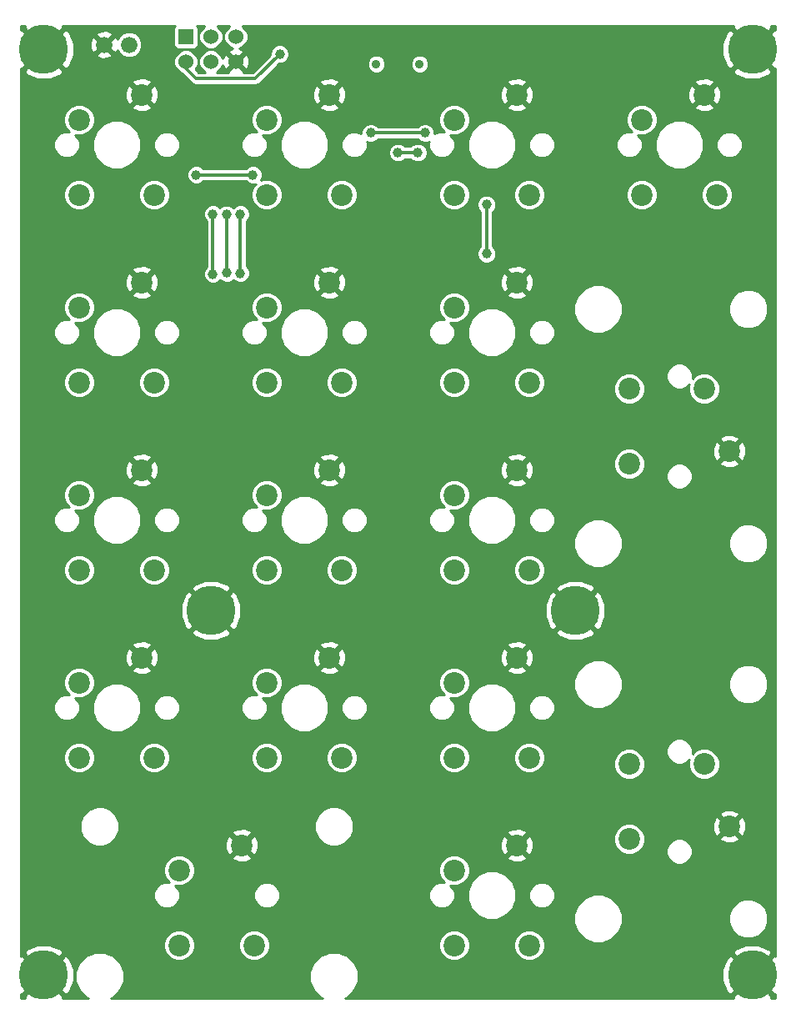
<source format=gtl>
G04 (created by PCBNEW-RS274X (2012-jan-04)-stable) date Wed 12 Sep 2012 01:10:29 PM EEST*
G01*
G70*
G90*
%MOIN*%
G04 Gerber Fmt 3.4, Leading zero omitted, Abs format*
%FSLAX34Y34*%
G04 APERTURE LIST*
%ADD10C,0.006000*%
%ADD11C,0.086500*%
%ADD12R,0.060000X0.060000*%
%ADD13C,0.060000*%
%ADD14C,0.035400*%
%ADD15C,0.066000*%
%ADD16C,0.196900*%
%ADD17C,0.039300*%
%ADD18C,0.013700*%
%ADD19C,0.010000*%
G04 APERTURE END LIST*
G54D10*
G54D11*
X43000Y-47000D03*
X45500Y-46000D03*
X43000Y-50000D03*
X46000Y-50000D03*
X43000Y-39500D03*
X45500Y-38500D03*
X43000Y-42500D03*
X46000Y-42500D03*
X50500Y-39500D03*
X53000Y-38500D03*
X50500Y-42500D03*
X53500Y-42500D03*
X50500Y-47000D03*
X53000Y-46000D03*
X50500Y-50000D03*
X53500Y-50000D03*
X50500Y-32000D03*
X53000Y-31000D03*
X50500Y-35000D03*
X53500Y-35000D03*
X58000Y-39500D03*
X60500Y-38500D03*
X58000Y-42500D03*
X61000Y-42500D03*
X58000Y-47000D03*
X60500Y-46000D03*
X58000Y-50000D03*
X61000Y-50000D03*
X58000Y-32000D03*
X60500Y-31000D03*
X58000Y-35000D03*
X61000Y-35000D03*
X58000Y-54500D03*
X60500Y-53500D03*
X58000Y-57500D03*
X61000Y-57500D03*
X65500Y-24500D03*
X68000Y-23500D03*
X65500Y-27500D03*
X68500Y-27500D03*
X58000Y-24500D03*
X60500Y-23500D03*
X58000Y-27500D03*
X61000Y-27500D03*
X50500Y-24500D03*
X53000Y-23500D03*
X50500Y-27500D03*
X53500Y-27500D03*
X43000Y-32000D03*
X45500Y-31000D03*
X43000Y-35000D03*
X46000Y-35000D03*
X43000Y-24500D03*
X45500Y-23500D03*
X43000Y-27500D03*
X46000Y-27500D03*
X68000Y-50250D03*
X69000Y-52750D03*
X65000Y-50250D03*
X65000Y-53250D03*
X68000Y-35250D03*
X69000Y-37750D03*
X65000Y-35250D03*
X65000Y-38250D03*
X47000Y-54500D03*
X49500Y-53500D03*
X47000Y-57500D03*
X50000Y-57500D03*
G54D12*
X47270Y-21181D03*
G54D13*
X47270Y-22181D03*
X48270Y-21181D03*
X48270Y-22181D03*
X49270Y-21181D03*
X49270Y-22181D03*
G54D14*
X54884Y-22272D03*
X56616Y-22272D03*
G54D15*
X45000Y-21500D03*
X44000Y-21500D03*
G54D16*
X69923Y-58689D03*
X41577Y-58689D03*
X41577Y-21681D03*
X69923Y-21681D03*
X48270Y-44122D03*
X62837Y-44122D03*
G54D17*
X54667Y-25028D03*
X56833Y-25028D03*
X51026Y-21878D03*
X49451Y-30638D03*
X49451Y-28276D03*
X48917Y-30630D03*
X48898Y-28287D03*
X48346Y-28268D03*
X48346Y-30669D03*
X47679Y-26701D03*
X49943Y-26701D03*
X59293Y-27882D03*
X59293Y-29850D03*
X60671Y-28374D03*
X55061Y-30441D03*
X60081Y-29555D03*
X56931Y-28768D03*
X57915Y-26602D03*
X54963Y-25815D03*
X56734Y-24437D03*
X55750Y-28571D03*
X53191Y-24437D03*
X60671Y-29949D03*
X56537Y-25815D03*
X55750Y-25815D03*
G54D18*
X54667Y-25028D02*
X56833Y-25028D01*
X47270Y-22181D02*
X47270Y-22453D01*
X50042Y-22862D02*
X51026Y-21878D01*
X47679Y-22862D02*
X50042Y-22862D01*
X47270Y-22453D02*
X47679Y-22862D01*
X49451Y-30638D02*
X49451Y-28276D01*
X48898Y-28287D02*
X48917Y-28306D01*
X48917Y-28306D02*
X48917Y-30630D01*
X48346Y-30669D02*
X48346Y-28268D01*
X47679Y-26701D02*
X49943Y-26701D01*
X59293Y-27882D02*
X59293Y-29850D01*
X55750Y-25815D02*
X56537Y-25815D01*
G54D10*
G36*
X70842Y-59608D02*
X70677Y-59608D01*
X70715Y-59552D01*
X69923Y-58760D01*
X69852Y-58831D01*
X69852Y-58689D01*
X69060Y-57897D01*
X68897Y-58005D01*
X68714Y-58450D01*
X68714Y-58931D01*
X68897Y-59373D01*
X69060Y-59481D01*
X69852Y-58689D01*
X69852Y-58831D01*
X69131Y-59552D01*
X69168Y-59608D01*
X67521Y-59608D01*
X67521Y-53854D01*
X67521Y-53647D01*
X67442Y-53455D01*
X67296Y-53309D01*
X67104Y-53229D01*
X66897Y-53229D01*
X66705Y-53308D01*
X66559Y-53454D01*
X66479Y-53646D01*
X66479Y-53853D01*
X66558Y-54045D01*
X66704Y-54191D01*
X66896Y-54271D01*
X67103Y-54271D01*
X67295Y-54192D01*
X67441Y-54046D01*
X67521Y-53854D01*
X67521Y-59608D01*
X66119Y-59608D01*
X66119Y-27623D01*
X66119Y-27377D01*
X66025Y-27149D01*
X65851Y-26975D01*
X65623Y-26881D01*
X65377Y-26881D01*
X65149Y-26975D01*
X64975Y-27149D01*
X64881Y-27377D01*
X64881Y-27623D01*
X64975Y-27851D01*
X65149Y-28025D01*
X65377Y-28119D01*
X65623Y-28119D01*
X65851Y-28025D01*
X66025Y-27851D01*
X66119Y-27623D01*
X66119Y-59608D01*
X65619Y-59608D01*
X65619Y-53373D01*
X65619Y-53127D01*
X65619Y-50373D01*
X65619Y-50127D01*
X65619Y-38373D01*
X65619Y-38127D01*
X65619Y-35373D01*
X65619Y-35127D01*
X65525Y-34899D01*
X65351Y-34725D01*
X65123Y-34631D01*
X64877Y-34631D01*
X64730Y-34691D01*
X64730Y-32259D01*
X64730Y-31872D01*
X64582Y-31514D01*
X64308Y-31240D01*
X63950Y-31091D01*
X63563Y-31091D01*
X63205Y-31239D01*
X62931Y-31513D01*
X62782Y-31871D01*
X62782Y-32258D01*
X62930Y-32616D01*
X63204Y-32890D01*
X63562Y-33039D01*
X63949Y-33039D01*
X64307Y-32891D01*
X64581Y-32617D01*
X64730Y-32259D01*
X64730Y-34691D01*
X64649Y-34725D01*
X64475Y-34899D01*
X64381Y-35127D01*
X64381Y-35373D01*
X64475Y-35601D01*
X64649Y-35775D01*
X64877Y-35869D01*
X65123Y-35869D01*
X65351Y-35775D01*
X65525Y-35601D01*
X65619Y-35373D01*
X65619Y-38127D01*
X65525Y-37899D01*
X65351Y-37725D01*
X65123Y-37631D01*
X64877Y-37631D01*
X64649Y-37725D01*
X64475Y-37899D01*
X64381Y-38127D01*
X64381Y-38373D01*
X64475Y-38601D01*
X64649Y-38775D01*
X64877Y-38869D01*
X65123Y-38869D01*
X65351Y-38775D01*
X65525Y-38601D01*
X65619Y-38373D01*
X65619Y-50127D01*
X65525Y-49899D01*
X65351Y-49725D01*
X65123Y-49631D01*
X64877Y-49631D01*
X64730Y-49691D01*
X64730Y-47259D01*
X64730Y-46872D01*
X64730Y-41629D01*
X64730Y-41242D01*
X64582Y-40884D01*
X64308Y-40610D01*
X63950Y-40461D01*
X63563Y-40461D01*
X63205Y-40609D01*
X62931Y-40883D01*
X62782Y-41241D01*
X62782Y-41628D01*
X62930Y-41986D01*
X63204Y-42260D01*
X63562Y-42409D01*
X63949Y-42409D01*
X64307Y-42261D01*
X64581Y-41987D01*
X64730Y-41629D01*
X64730Y-46872D01*
X64582Y-46514D01*
X64308Y-46240D01*
X64046Y-46130D01*
X64046Y-44361D01*
X64046Y-43880D01*
X63863Y-43438D01*
X63700Y-43330D01*
X63629Y-43401D01*
X63629Y-43259D01*
X63521Y-43096D01*
X63076Y-42913D01*
X62595Y-42913D01*
X62153Y-43096D01*
X62045Y-43259D01*
X62837Y-44051D01*
X63629Y-43259D01*
X63629Y-43401D01*
X62908Y-44122D01*
X63700Y-44914D01*
X63863Y-44806D01*
X64046Y-44361D01*
X64046Y-46130D01*
X63950Y-46091D01*
X63629Y-46091D01*
X63629Y-44985D01*
X62837Y-44193D01*
X62766Y-44264D01*
X62766Y-44122D01*
X62021Y-43377D01*
X62021Y-40604D01*
X62021Y-40397D01*
X62021Y-33104D01*
X62021Y-32897D01*
X62021Y-25604D01*
X62021Y-25397D01*
X61942Y-25205D01*
X61796Y-25059D01*
X61604Y-24979D01*
X61397Y-24979D01*
X61205Y-25058D01*
X61173Y-25090D01*
X61173Y-23610D01*
X61165Y-23344D01*
X61080Y-23141D01*
X60972Y-23099D01*
X60901Y-23170D01*
X60901Y-23028D01*
X60859Y-22920D01*
X60610Y-22827D01*
X60344Y-22835D01*
X60141Y-22920D01*
X60099Y-23028D01*
X60500Y-23429D01*
X60901Y-23028D01*
X60901Y-23170D01*
X60571Y-23500D01*
X60972Y-23901D01*
X61080Y-23859D01*
X61173Y-23610D01*
X61173Y-25090D01*
X61059Y-25204D01*
X60979Y-25396D01*
X60979Y-25603D01*
X61058Y-25795D01*
X61204Y-25941D01*
X61396Y-26021D01*
X61603Y-26021D01*
X61795Y-25942D01*
X61941Y-25796D01*
X62021Y-25604D01*
X62021Y-32897D01*
X61942Y-32705D01*
X61796Y-32559D01*
X61619Y-32485D01*
X61619Y-27623D01*
X61619Y-27377D01*
X61525Y-27149D01*
X61351Y-26975D01*
X61123Y-26881D01*
X60901Y-26881D01*
X60901Y-23972D01*
X60500Y-23571D01*
X60429Y-23642D01*
X60429Y-23500D01*
X60028Y-23099D01*
X59920Y-23141D01*
X59827Y-23390D01*
X59835Y-23656D01*
X59920Y-23859D01*
X60028Y-23901D01*
X60429Y-23500D01*
X60429Y-23642D01*
X60099Y-23972D01*
X60141Y-24080D01*
X60390Y-24173D01*
X60656Y-24165D01*
X60859Y-24080D01*
X60901Y-23972D01*
X60901Y-26881D01*
X60877Y-26881D01*
X60649Y-26975D01*
X60475Y-27149D01*
X60474Y-27151D01*
X60474Y-25694D01*
X60474Y-25307D01*
X60326Y-24949D01*
X60052Y-24675D01*
X59694Y-24526D01*
X59307Y-24526D01*
X58949Y-24674D01*
X58675Y-24948D01*
X58619Y-25082D01*
X58619Y-24623D01*
X58619Y-24377D01*
X58525Y-24149D01*
X58351Y-23975D01*
X58123Y-23881D01*
X57877Y-23881D01*
X57649Y-23975D01*
X57475Y-24149D01*
X57381Y-24377D01*
X57381Y-24623D01*
X57475Y-24851D01*
X57603Y-24979D01*
X57397Y-24979D01*
X57216Y-25053D01*
X57216Y-24952D01*
X57158Y-24811D01*
X57050Y-24703D01*
X56980Y-24674D01*
X56980Y-22345D01*
X56980Y-22200D01*
X56925Y-22066D01*
X56822Y-21964D01*
X56689Y-21908D01*
X56544Y-21908D01*
X56410Y-21963D01*
X56308Y-22066D01*
X56252Y-22199D01*
X56252Y-22344D01*
X56307Y-22478D01*
X56410Y-22580D01*
X56543Y-22636D01*
X56688Y-22636D01*
X56822Y-22581D01*
X56924Y-22478D01*
X56980Y-22345D01*
X56980Y-24674D01*
X56909Y-24645D01*
X56757Y-24645D01*
X56616Y-24703D01*
X56546Y-24773D01*
X55248Y-24773D01*
X55248Y-22345D01*
X55248Y-22200D01*
X55193Y-22066D01*
X55090Y-21964D01*
X54957Y-21908D01*
X54812Y-21908D01*
X54678Y-21963D01*
X54576Y-22066D01*
X54520Y-22199D01*
X54520Y-22344D01*
X54575Y-22478D01*
X54678Y-22580D01*
X54811Y-22636D01*
X54956Y-22636D01*
X55090Y-22581D01*
X55192Y-22478D01*
X55248Y-22345D01*
X55248Y-24773D01*
X54954Y-24773D01*
X54884Y-24703D01*
X54743Y-24645D01*
X54591Y-24645D01*
X54450Y-24703D01*
X54342Y-24811D01*
X54284Y-24952D01*
X54284Y-25054D01*
X54104Y-24979D01*
X53897Y-24979D01*
X53705Y-25058D01*
X53673Y-25090D01*
X53673Y-23610D01*
X53665Y-23344D01*
X53580Y-23141D01*
X53472Y-23099D01*
X53401Y-23170D01*
X53401Y-23028D01*
X53359Y-22920D01*
X53110Y-22827D01*
X52844Y-22835D01*
X52641Y-22920D01*
X52599Y-23028D01*
X53000Y-23429D01*
X53401Y-23028D01*
X53401Y-23170D01*
X53071Y-23500D01*
X53472Y-23901D01*
X53580Y-23859D01*
X53673Y-23610D01*
X53673Y-25090D01*
X53559Y-25204D01*
X53479Y-25396D01*
X53479Y-25603D01*
X53558Y-25795D01*
X53704Y-25941D01*
X53896Y-26021D01*
X54103Y-26021D01*
X54295Y-25942D01*
X54441Y-25796D01*
X54521Y-25604D01*
X54521Y-25397D01*
X54513Y-25379D01*
X54591Y-25411D01*
X54743Y-25411D01*
X54884Y-25353D01*
X54954Y-25283D01*
X56546Y-25283D01*
X56616Y-25353D01*
X56757Y-25411D01*
X56909Y-25411D01*
X56985Y-25379D01*
X56979Y-25396D01*
X56979Y-25603D01*
X57058Y-25795D01*
X57204Y-25941D01*
X57396Y-26021D01*
X57603Y-26021D01*
X57795Y-25942D01*
X57941Y-25796D01*
X58021Y-25604D01*
X58021Y-25397D01*
X57942Y-25205D01*
X57841Y-25104D01*
X57877Y-25119D01*
X58123Y-25119D01*
X58351Y-25025D01*
X58525Y-24851D01*
X58619Y-24623D01*
X58619Y-25082D01*
X58526Y-25306D01*
X58526Y-25693D01*
X58674Y-26051D01*
X58948Y-26325D01*
X59306Y-26474D01*
X59693Y-26474D01*
X60051Y-26326D01*
X60325Y-26052D01*
X60474Y-25694D01*
X60474Y-27151D01*
X60381Y-27377D01*
X60381Y-27623D01*
X60475Y-27851D01*
X60649Y-28025D01*
X60877Y-28119D01*
X61123Y-28119D01*
X61351Y-28025D01*
X61525Y-27851D01*
X61619Y-27623D01*
X61619Y-32485D01*
X61604Y-32479D01*
X61397Y-32479D01*
X61205Y-32558D01*
X61173Y-32590D01*
X61173Y-31110D01*
X61165Y-30844D01*
X61080Y-30641D01*
X60972Y-30599D01*
X60901Y-30670D01*
X60901Y-30528D01*
X60859Y-30420D01*
X60610Y-30327D01*
X60344Y-30335D01*
X60141Y-30420D01*
X60099Y-30528D01*
X60500Y-30929D01*
X60901Y-30528D01*
X60901Y-30670D01*
X60571Y-31000D01*
X60972Y-31401D01*
X61080Y-31359D01*
X61173Y-31110D01*
X61173Y-32590D01*
X61059Y-32704D01*
X60979Y-32896D01*
X60979Y-33103D01*
X61058Y-33295D01*
X61204Y-33441D01*
X61396Y-33521D01*
X61603Y-33521D01*
X61795Y-33442D01*
X61941Y-33296D01*
X62021Y-33104D01*
X62021Y-40397D01*
X61942Y-40205D01*
X61796Y-40059D01*
X61619Y-39985D01*
X61619Y-35123D01*
X61619Y-34877D01*
X61525Y-34649D01*
X61351Y-34475D01*
X61123Y-34381D01*
X60901Y-34381D01*
X60901Y-31472D01*
X60500Y-31071D01*
X60429Y-31142D01*
X60429Y-31000D01*
X60028Y-30599D01*
X59920Y-30641D01*
X59827Y-30890D01*
X59835Y-31156D01*
X59920Y-31359D01*
X60028Y-31401D01*
X60429Y-31000D01*
X60429Y-31142D01*
X60099Y-31472D01*
X60141Y-31580D01*
X60390Y-31673D01*
X60656Y-31665D01*
X60859Y-31580D01*
X60901Y-31472D01*
X60901Y-34381D01*
X60877Y-34381D01*
X60649Y-34475D01*
X60475Y-34649D01*
X60474Y-34651D01*
X60474Y-33194D01*
X60474Y-32807D01*
X60326Y-32449D01*
X60052Y-32175D01*
X59694Y-32026D01*
X59676Y-32026D01*
X59676Y-29926D01*
X59676Y-29774D01*
X59618Y-29633D01*
X59548Y-29563D01*
X59548Y-28169D01*
X59618Y-28099D01*
X59676Y-27958D01*
X59676Y-27806D01*
X59618Y-27665D01*
X59510Y-27557D01*
X59369Y-27499D01*
X59217Y-27499D01*
X59076Y-27557D01*
X58968Y-27665D01*
X58910Y-27806D01*
X58910Y-27958D01*
X58968Y-28099D01*
X59038Y-28169D01*
X59038Y-29563D01*
X58968Y-29633D01*
X58910Y-29774D01*
X58910Y-29926D01*
X58968Y-30067D01*
X59076Y-30175D01*
X59217Y-30233D01*
X59369Y-30233D01*
X59510Y-30175D01*
X59618Y-30067D01*
X59676Y-29926D01*
X59676Y-32026D01*
X59307Y-32026D01*
X58949Y-32174D01*
X58675Y-32448D01*
X58619Y-32582D01*
X58619Y-32123D01*
X58619Y-31877D01*
X58619Y-27623D01*
X58619Y-27377D01*
X58525Y-27149D01*
X58351Y-26975D01*
X58123Y-26881D01*
X57877Y-26881D01*
X57649Y-26975D01*
X57475Y-27149D01*
X57381Y-27377D01*
X57381Y-27623D01*
X57475Y-27851D01*
X57649Y-28025D01*
X57877Y-28119D01*
X58123Y-28119D01*
X58351Y-28025D01*
X58525Y-27851D01*
X58619Y-27623D01*
X58619Y-31877D01*
X58525Y-31649D01*
X58351Y-31475D01*
X58123Y-31381D01*
X57877Y-31381D01*
X57649Y-31475D01*
X57475Y-31649D01*
X57381Y-31877D01*
X57381Y-32123D01*
X57475Y-32351D01*
X57603Y-32479D01*
X57397Y-32479D01*
X57205Y-32558D01*
X57059Y-32704D01*
X56979Y-32896D01*
X56979Y-33103D01*
X57058Y-33295D01*
X57204Y-33441D01*
X57396Y-33521D01*
X57603Y-33521D01*
X57795Y-33442D01*
X57941Y-33296D01*
X58021Y-33104D01*
X58021Y-32897D01*
X57942Y-32705D01*
X57841Y-32604D01*
X57877Y-32619D01*
X58123Y-32619D01*
X58351Y-32525D01*
X58525Y-32351D01*
X58619Y-32123D01*
X58619Y-32582D01*
X58526Y-32806D01*
X58526Y-33193D01*
X58674Y-33551D01*
X58948Y-33825D01*
X59306Y-33974D01*
X59693Y-33974D01*
X60051Y-33826D01*
X60325Y-33552D01*
X60474Y-33194D01*
X60474Y-34651D01*
X60381Y-34877D01*
X60381Y-35123D01*
X60475Y-35351D01*
X60649Y-35525D01*
X60877Y-35619D01*
X61123Y-35619D01*
X61351Y-35525D01*
X61525Y-35351D01*
X61619Y-35123D01*
X61619Y-39985D01*
X61604Y-39979D01*
X61397Y-39979D01*
X61205Y-40058D01*
X61173Y-40090D01*
X61173Y-38610D01*
X61165Y-38344D01*
X61080Y-38141D01*
X60972Y-38099D01*
X60901Y-38170D01*
X60901Y-38028D01*
X60859Y-37920D01*
X60610Y-37827D01*
X60344Y-37835D01*
X60141Y-37920D01*
X60099Y-38028D01*
X60500Y-38429D01*
X60901Y-38028D01*
X60901Y-38170D01*
X60571Y-38500D01*
X60972Y-38901D01*
X61080Y-38859D01*
X61173Y-38610D01*
X61173Y-40090D01*
X61059Y-40204D01*
X60979Y-40396D01*
X60979Y-40603D01*
X61058Y-40795D01*
X61204Y-40941D01*
X61396Y-41021D01*
X61603Y-41021D01*
X61795Y-40942D01*
X61941Y-40796D01*
X62021Y-40604D01*
X62021Y-43377D01*
X61974Y-43330D01*
X61811Y-43438D01*
X61628Y-43883D01*
X61628Y-44364D01*
X61811Y-44806D01*
X61974Y-44914D01*
X62766Y-44122D01*
X62766Y-44264D01*
X62045Y-44985D01*
X62153Y-45148D01*
X62598Y-45331D01*
X63079Y-45331D01*
X63521Y-45148D01*
X63629Y-44985D01*
X63629Y-46091D01*
X63563Y-46091D01*
X63205Y-46239D01*
X62931Y-46513D01*
X62782Y-46871D01*
X62782Y-47258D01*
X62930Y-47616D01*
X63204Y-47890D01*
X63562Y-48039D01*
X63949Y-48039D01*
X64307Y-47891D01*
X64581Y-47617D01*
X64730Y-47259D01*
X64730Y-49691D01*
X64649Y-49725D01*
X64475Y-49899D01*
X64381Y-50127D01*
X64381Y-50373D01*
X64475Y-50601D01*
X64649Y-50775D01*
X64877Y-50869D01*
X65123Y-50869D01*
X65351Y-50775D01*
X65525Y-50601D01*
X65619Y-50373D01*
X65619Y-53127D01*
X65525Y-52899D01*
X65351Y-52725D01*
X65123Y-52631D01*
X64877Y-52631D01*
X64649Y-52725D01*
X64475Y-52899D01*
X64381Y-53127D01*
X64381Y-53373D01*
X64475Y-53601D01*
X64649Y-53775D01*
X64877Y-53869D01*
X65123Y-53869D01*
X65351Y-53775D01*
X65525Y-53601D01*
X65619Y-53373D01*
X65619Y-59608D01*
X64730Y-59608D01*
X64730Y-56629D01*
X64730Y-56242D01*
X64582Y-55884D01*
X64308Y-55610D01*
X63950Y-55461D01*
X63563Y-55461D01*
X63205Y-55609D01*
X62931Y-55883D01*
X62782Y-56241D01*
X62782Y-56628D01*
X62930Y-56986D01*
X63204Y-57260D01*
X63562Y-57409D01*
X63949Y-57409D01*
X64307Y-57261D01*
X64581Y-56987D01*
X64730Y-56629D01*
X64730Y-59608D01*
X62021Y-59608D01*
X62021Y-55604D01*
X62021Y-55397D01*
X62021Y-48104D01*
X62021Y-47897D01*
X61942Y-47705D01*
X61796Y-47559D01*
X61619Y-47485D01*
X61619Y-42623D01*
X61619Y-42377D01*
X61525Y-42149D01*
X61351Y-41975D01*
X61123Y-41881D01*
X60901Y-41881D01*
X60901Y-38972D01*
X60500Y-38571D01*
X60429Y-38642D01*
X60429Y-38500D01*
X60028Y-38099D01*
X59920Y-38141D01*
X59827Y-38390D01*
X59835Y-38656D01*
X59920Y-38859D01*
X60028Y-38901D01*
X60429Y-38500D01*
X60429Y-38642D01*
X60099Y-38972D01*
X60141Y-39080D01*
X60390Y-39173D01*
X60656Y-39165D01*
X60859Y-39080D01*
X60901Y-38972D01*
X60901Y-41881D01*
X60877Y-41881D01*
X60649Y-41975D01*
X60475Y-42149D01*
X60474Y-42151D01*
X60474Y-40694D01*
X60474Y-40307D01*
X60326Y-39949D01*
X60052Y-39675D01*
X59694Y-39526D01*
X59307Y-39526D01*
X58949Y-39674D01*
X58675Y-39948D01*
X58619Y-40082D01*
X58619Y-39623D01*
X58619Y-39377D01*
X58619Y-35123D01*
X58619Y-34877D01*
X58525Y-34649D01*
X58351Y-34475D01*
X58123Y-34381D01*
X57877Y-34381D01*
X57649Y-34475D01*
X57475Y-34649D01*
X57381Y-34877D01*
X57381Y-35123D01*
X57475Y-35351D01*
X57649Y-35525D01*
X57877Y-35619D01*
X58123Y-35619D01*
X58351Y-35525D01*
X58525Y-35351D01*
X58619Y-35123D01*
X58619Y-39377D01*
X58525Y-39149D01*
X58351Y-38975D01*
X58123Y-38881D01*
X57877Y-38881D01*
X57649Y-38975D01*
X57475Y-39149D01*
X57381Y-39377D01*
X57381Y-39623D01*
X57475Y-39851D01*
X57603Y-39979D01*
X57397Y-39979D01*
X57205Y-40058D01*
X57059Y-40204D01*
X56979Y-40396D01*
X56979Y-40603D01*
X57058Y-40795D01*
X57204Y-40941D01*
X57396Y-41021D01*
X57603Y-41021D01*
X57795Y-40942D01*
X57941Y-40796D01*
X58021Y-40604D01*
X58021Y-40397D01*
X57942Y-40205D01*
X57841Y-40104D01*
X57877Y-40119D01*
X58123Y-40119D01*
X58351Y-40025D01*
X58525Y-39851D01*
X58619Y-39623D01*
X58619Y-40082D01*
X58526Y-40306D01*
X58526Y-40693D01*
X58674Y-41051D01*
X58948Y-41325D01*
X59306Y-41474D01*
X59693Y-41474D01*
X60051Y-41326D01*
X60325Y-41052D01*
X60474Y-40694D01*
X60474Y-42151D01*
X60381Y-42377D01*
X60381Y-42623D01*
X60475Y-42851D01*
X60649Y-43025D01*
X60877Y-43119D01*
X61123Y-43119D01*
X61351Y-43025D01*
X61525Y-42851D01*
X61619Y-42623D01*
X61619Y-47485D01*
X61604Y-47479D01*
X61397Y-47479D01*
X61205Y-47558D01*
X61173Y-47590D01*
X61173Y-46110D01*
X61165Y-45844D01*
X61080Y-45641D01*
X60972Y-45599D01*
X60901Y-45670D01*
X60901Y-45528D01*
X60859Y-45420D01*
X60610Y-45327D01*
X60344Y-45335D01*
X60141Y-45420D01*
X60099Y-45528D01*
X60500Y-45929D01*
X60901Y-45528D01*
X60901Y-45670D01*
X60571Y-46000D01*
X60972Y-46401D01*
X61080Y-46359D01*
X61173Y-46110D01*
X61173Y-47590D01*
X61059Y-47704D01*
X60979Y-47896D01*
X60979Y-48103D01*
X61058Y-48295D01*
X61204Y-48441D01*
X61396Y-48521D01*
X61603Y-48521D01*
X61795Y-48442D01*
X61941Y-48296D01*
X62021Y-48104D01*
X62021Y-55397D01*
X61942Y-55205D01*
X61796Y-55059D01*
X61619Y-54985D01*
X61619Y-50123D01*
X61619Y-49877D01*
X61525Y-49649D01*
X61351Y-49475D01*
X61123Y-49381D01*
X60901Y-49381D01*
X60901Y-46472D01*
X60500Y-46071D01*
X60429Y-46142D01*
X60429Y-46000D01*
X60028Y-45599D01*
X59920Y-45641D01*
X59827Y-45890D01*
X59835Y-46156D01*
X59920Y-46359D01*
X60028Y-46401D01*
X60429Y-46000D01*
X60429Y-46142D01*
X60099Y-46472D01*
X60141Y-46580D01*
X60390Y-46673D01*
X60656Y-46665D01*
X60859Y-46580D01*
X60901Y-46472D01*
X60901Y-49381D01*
X60877Y-49381D01*
X60649Y-49475D01*
X60475Y-49649D01*
X60474Y-49651D01*
X60474Y-48194D01*
X60474Y-47807D01*
X60326Y-47449D01*
X60052Y-47175D01*
X59694Y-47026D01*
X59307Y-47026D01*
X58949Y-47174D01*
X58675Y-47448D01*
X58619Y-47582D01*
X58619Y-47123D01*
X58619Y-46877D01*
X58619Y-42623D01*
X58619Y-42377D01*
X58525Y-42149D01*
X58351Y-41975D01*
X58123Y-41881D01*
X57877Y-41881D01*
X57649Y-41975D01*
X57475Y-42149D01*
X57381Y-42377D01*
X57381Y-42623D01*
X57475Y-42851D01*
X57649Y-43025D01*
X57877Y-43119D01*
X58123Y-43119D01*
X58351Y-43025D01*
X58525Y-42851D01*
X58619Y-42623D01*
X58619Y-46877D01*
X58525Y-46649D01*
X58351Y-46475D01*
X58123Y-46381D01*
X57877Y-46381D01*
X57649Y-46475D01*
X57475Y-46649D01*
X57381Y-46877D01*
X57381Y-47123D01*
X57475Y-47351D01*
X57603Y-47479D01*
X57397Y-47479D01*
X57205Y-47558D01*
X57059Y-47704D01*
X56979Y-47896D01*
X56979Y-48103D01*
X57058Y-48295D01*
X57204Y-48441D01*
X57396Y-48521D01*
X57603Y-48521D01*
X57795Y-48442D01*
X57941Y-48296D01*
X58021Y-48104D01*
X58021Y-47897D01*
X57942Y-47705D01*
X57841Y-47604D01*
X57877Y-47619D01*
X58123Y-47619D01*
X58351Y-47525D01*
X58525Y-47351D01*
X58619Y-47123D01*
X58619Y-47582D01*
X58526Y-47806D01*
X58526Y-48193D01*
X58674Y-48551D01*
X58948Y-48825D01*
X59306Y-48974D01*
X59693Y-48974D01*
X60051Y-48826D01*
X60325Y-48552D01*
X60474Y-48194D01*
X60474Y-49651D01*
X60381Y-49877D01*
X60381Y-50123D01*
X60475Y-50351D01*
X60649Y-50525D01*
X60877Y-50619D01*
X61123Y-50619D01*
X61351Y-50525D01*
X61525Y-50351D01*
X61619Y-50123D01*
X61619Y-54985D01*
X61604Y-54979D01*
X61397Y-54979D01*
X61205Y-55058D01*
X61173Y-55090D01*
X61173Y-53610D01*
X61165Y-53344D01*
X61080Y-53141D01*
X60972Y-53099D01*
X60901Y-53170D01*
X60901Y-53028D01*
X60859Y-52920D01*
X60610Y-52827D01*
X60344Y-52835D01*
X60141Y-52920D01*
X60099Y-53028D01*
X60500Y-53429D01*
X60901Y-53028D01*
X60901Y-53170D01*
X60571Y-53500D01*
X60972Y-53901D01*
X61080Y-53859D01*
X61173Y-53610D01*
X61173Y-55090D01*
X61059Y-55204D01*
X60979Y-55396D01*
X60979Y-55603D01*
X61058Y-55795D01*
X61204Y-55941D01*
X61396Y-56021D01*
X61603Y-56021D01*
X61795Y-55942D01*
X61941Y-55796D01*
X62021Y-55604D01*
X62021Y-59608D01*
X61619Y-59608D01*
X61619Y-57623D01*
X61619Y-57377D01*
X61525Y-57149D01*
X61351Y-56975D01*
X61123Y-56881D01*
X60901Y-56881D01*
X60901Y-53972D01*
X60500Y-53571D01*
X60429Y-53642D01*
X60429Y-53500D01*
X60028Y-53099D01*
X59920Y-53141D01*
X59827Y-53390D01*
X59835Y-53656D01*
X59920Y-53859D01*
X60028Y-53901D01*
X60429Y-53500D01*
X60429Y-53642D01*
X60099Y-53972D01*
X60141Y-54080D01*
X60390Y-54173D01*
X60656Y-54165D01*
X60859Y-54080D01*
X60901Y-53972D01*
X60901Y-56881D01*
X60877Y-56881D01*
X60649Y-56975D01*
X60475Y-57149D01*
X60474Y-57151D01*
X60474Y-55694D01*
X60474Y-55307D01*
X60326Y-54949D01*
X60052Y-54675D01*
X59694Y-54526D01*
X59307Y-54526D01*
X58949Y-54674D01*
X58675Y-54948D01*
X58619Y-55082D01*
X58619Y-54623D01*
X58619Y-54377D01*
X58619Y-50123D01*
X58619Y-49877D01*
X58525Y-49649D01*
X58351Y-49475D01*
X58123Y-49381D01*
X57877Y-49381D01*
X57649Y-49475D01*
X57475Y-49649D01*
X57381Y-49877D01*
X57381Y-50123D01*
X57475Y-50351D01*
X57649Y-50525D01*
X57877Y-50619D01*
X58123Y-50619D01*
X58351Y-50525D01*
X58525Y-50351D01*
X58619Y-50123D01*
X58619Y-54377D01*
X58525Y-54149D01*
X58351Y-53975D01*
X58123Y-53881D01*
X57877Y-53881D01*
X57649Y-53975D01*
X57475Y-54149D01*
X57381Y-54377D01*
X57381Y-54623D01*
X57475Y-54851D01*
X57603Y-54979D01*
X57397Y-54979D01*
X57205Y-55058D01*
X57059Y-55204D01*
X56979Y-55396D01*
X56979Y-55603D01*
X57058Y-55795D01*
X57204Y-55941D01*
X57396Y-56021D01*
X57603Y-56021D01*
X57795Y-55942D01*
X57941Y-55796D01*
X58021Y-55604D01*
X58021Y-55397D01*
X57942Y-55205D01*
X57841Y-55104D01*
X57877Y-55119D01*
X58123Y-55119D01*
X58351Y-55025D01*
X58525Y-54851D01*
X58619Y-54623D01*
X58619Y-55082D01*
X58526Y-55306D01*
X58526Y-55693D01*
X58674Y-56051D01*
X58948Y-56325D01*
X59306Y-56474D01*
X59693Y-56474D01*
X60051Y-56326D01*
X60325Y-56052D01*
X60474Y-55694D01*
X60474Y-57151D01*
X60381Y-57377D01*
X60381Y-57623D01*
X60475Y-57851D01*
X60649Y-58025D01*
X60877Y-58119D01*
X61123Y-58119D01*
X61351Y-58025D01*
X61525Y-57851D01*
X61619Y-57623D01*
X61619Y-59608D01*
X58619Y-59608D01*
X58619Y-57623D01*
X58619Y-57377D01*
X58525Y-57149D01*
X58351Y-56975D01*
X58123Y-56881D01*
X57877Y-56881D01*
X57649Y-56975D01*
X57475Y-57149D01*
X57381Y-57377D01*
X57381Y-57623D01*
X57475Y-57851D01*
X57649Y-58025D01*
X57877Y-58119D01*
X58123Y-58119D01*
X58351Y-58025D01*
X58525Y-57851D01*
X58619Y-57623D01*
X58619Y-59608D01*
X56920Y-59608D01*
X56920Y-25891D01*
X56920Y-25739D01*
X56862Y-25598D01*
X56754Y-25490D01*
X56613Y-25432D01*
X56461Y-25432D01*
X56320Y-25490D01*
X56250Y-25560D01*
X56037Y-25560D01*
X55967Y-25490D01*
X55826Y-25432D01*
X55674Y-25432D01*
X55533Y-25490D01*
X55425Y-25598D01*
X55367Y-25739D01*
X55367Y-25891D01*
X55425Y-26032D01*
X55533Y-26140D01*
X55674Y-26198D01*
X55826Y-26198D01*
X55967Y-26140D01*
X56037Y-26070D01*
X56250Y-26070D01*
X56320Y-26140D01*
X56461Y-26198D01*
X56613Y-26198D01*
X56754Y-26140D01*
X56862Y-26032D01*
X56920Y-25891D01*
X56920Y-59608D01*
X54521Y-59608D01*
X54521Y-48104D01*
X54521Y-47897D01*
X54521Y-40604D01*
X54521Y-40397D01*
X54521Y-33104D01*
X54521Y-32897D01*
X54442Y-32705D01*
X54296Y-32559D01*
X54119Y-32485D01*
X54119Y-27623D01*
X54119Y-27377D01*
X54025Y-27149D01*
X53851Y-26975D01*
X53623Y-26881D01*
X53401Y-26881D01*
X53401Y-23972D01*
X53000Y-23571D01*
X52929Y-23642D01*
X52929Y-23500D01*
X52528Y-23099D01*
X52420Y-23141D01*
X52327Y-23390D01*
X52335Y-23656D01*
X52420Y-23859D01*
X52528Y-23901D01*
X52929Y-23500D01*
X52929Y-23642D01*
X52599Y-23972D01*
X52641Y-24080D01*
X52890Y-24173D01*
X53156Y-24165D01*
X53359Y-24080D01*
X53401Y-23972D01*
X53401Y-26881D01*
X53377Y-26881D01*
X53149Y-26975D01*
X52975Y-27149D01*
X52974Y-27151D01*
X52974Y-25694D01*
X52974Y-25307D01*
X52826Y-24949D01*
X52552Y-24675D01*
X52194Y-24526D01*
X51807Y-24526D01*
X51449Y-24674D01*
X51409Y-24714D01*
X51409Y-21954D01*
X51409Y-21802D01*
X51351Y-21661D01*
X51243Y-21553D01*
X51102Y-21495D01*
X50950Y-21495D01*
X50809Y-21553D01*
X50701Y-21661D01*
X50643Y-21802D01*
X50643Y-21900D01*
X49936Y-22607D01*
X49813Y-22607D01*
X49813Y-22260D01*
X49802Y-22047D01*
X49742Y-21900D01*
X49648Y-21873D01*
X49341Y-22181D01*
X49648Y-22489D01*
X49742Y-22462D01*
X49813Y-22260D01*
X49813Y-22607D01*
X49564Y-22607D01*
X49578Y-22559D01*
X49270Y-22252D01*
X48962Y-22559D01*
X48975Y-22607D01*
X48513Y-22607D01*
X48545Y-22594D01*
X48682Y-22457D01*
X48739Y-22319D01*
X48798Y-22462D01*
X48892Y-22489D01*
X49199Y-22181D01*
X48892Y-21873D01*
X48798Y-21900D01*
X48744Y-22053D01*
X48683Y-21906D01*
X48546Y-21769D01*
X48368Y-21694D01*
X48174Y-21694D01*
X47995Y-21768D01*
X47858Y-21905D01*
X47783Y-22083D01*
X47783Y-22277D01*
X47857Y-22456D01*
X47994Y-22593D01*
X48027Y-22607D01*
X47784Y-22607D01*
X47658Y-22480D01*
X47682Y-22457D01*
X47757Y-22279D01*
X47757Y-22085D01*
X47683Y-21906D01*
X47546Y-21769D01*
X47368Y-21694D01*
X47174Y-21694D01*
X46995Y-21768D01*
X46858Y-21905D01*
X46783Y-22083D01*
X46783Y-22277D01*
X46857Y-22456D01*
X46994Y-22593D01*
X47090Y-22633D01*
X47091Y-22634D01*
X47498Y-23042D01*
X47499Y-23042D01*
X47581Y-23098D01*
X47679Y-23117D01*
X50042Y-23117D01*
X50140Y-23098D01*
X50222Y-23042D01*
X51003Y-22261D01*
X51102Y-22261D01*
X51243Y-22203D01*
X51351Y-22095D01*
X51409Y-21954D01*
X51409Y-24714D01*
X51175Y-24948D01*
X51119Y-25082D01*
X51119Y-24623D01*
X51119Y-24377D01*
X51025Y-24149D01*
X50851Y-23975D01*
X50623Y-23881D01*
X50377Y-23881D01*
X50149Y-23975D01*
X49975Y-24149D01*
X49881Y-24377D01*
X49881Y-24623D01*
X49975Y-24851D01*
X50103Y-24979D01*
X49897Y-24979D01*
X49705Y-25058D01*
X49559Y-25204D01*
X49479Y-25396D01*
X49479Y-25603D01*
X49558Y-25795D01*
X49704Y-25941D01*
X49896Y-26021D01*
X50103Y-26021D01*
X50295Y-25942D01*
X50441Y-25796D01*
X50521Y-25604D01*
X50521Y-25397D01*
X50442Y-25205D01*
X50341Y-25104D01*
X50377Y-25119D01*
X50623Y-25119D01*
X50851Y-25025D01*
X51025Y-24851D01*
X51119Y-24623D01*
X51119Y-25082D01*
X51026Y-25306D01*
X51026Y-25693D01*
X51174Y-26051D01*
X51448Y-26325D01*
X51806Y-26474D01*
X52193Y-26474D01*
X52551Y-26326D01*
X52825Y-26052D01*
X52974Y-25694D01*
X52974Y-27151D01*
X52881Y-27377D01*
X52881Y-27623D01*
X52975Y-27851D01*
X53149Y-28025D01*
X53377Y-28119D01*
X53623Y-28119D01*
X53851Y-28025D01*
X54025Y-27851D01*
X54119Y-27623D01*
X54119Y-32485D01*
X54104Y-32479D01*
X53897Y-32479D01*
X53705Y-32558D01*
X53673Y-32590D01*
X53673Y-31110D01*
X53665Y-30844D01*
X53580Y-30641D01*
X53472Y-30599D01*
X53401Y-30670D01*
X53401Y-30528D01*
X53359Y-30420D01*
X53110Y-30327D01*
X52844Y-30335D01*
X52641Y-30420D01*
X52599Y-30528D01*
X53000Y-30929D01*
X53401Y-30528D01*
X53401Y-30670D01*
X53071Y-31000D01*
X53472Y-31401D01*
X53580Y-31359D01*
X53673Y-31110D01*
X53673Y-32590D01*
X53559Y-32704D01*
X53479Y-32896D01*
X53479Y-33103D01*
X53558Y-33295D01*
X53704Y-33441D01*
X53896Y-33521D01*
X54103Y-33521D01*
X54295Y-33442D01*
X54441Y-33296D01*
X54521Y-33104D01*
X54521Y-40397D01*
X54442Y-40205D01*
X54296Y-40059D01*
X54119Y-39985D01*
X54119Y-35123D01*
X54119Y-34877D01*
X54025Y-34649D01*
X53851Y-34475D01*
X53623Y-34381D01*
X53401Y-34381D01*
X53401Y-31472D01*
X53000Y-31071D01*
X52929Y-31142D01*
X52929Y-31000D01*
X52528Y-30599D01*
X52420Y-30641D01*
X52327Y-30890D01*
X52335Y-31156D01*
X52420Y-31359D01*
X52528Y-31401D01*
X52929Y-31000D01*
X52929Y-31142D01*
X52599Y-31472D01*
X52641Y-31580D01*
X52890Y-31673D01*
X53156Y-31665D01*
X53359Y-31580D01*
X53401Y-31472D01*
X53401Y-34381D01*
X53377Y-34381D01*
X53149Y-34475D01*
X52975Y-34649D01*
X52974Y-34651D01*
X52974Y-33194D01*
X52974Y-32807D01*
X52826Y-32449D01*
X52552Y-32175D01*
X52194Y-32026D01*
X51807Y-32026D01*
X51449Y-32174D01*
X51175Y-32448D01*
X51119Y-32582D01*
X51119Y-32123D01*
X51119Y-31877D01*
X51119Y-27623D01*
X51119Y-27377D01*
X51025Y-27149D01*
X50851Y-26975D01*
X50623Y-26881D01*
X50377Y-26881D01*
X50254Y-26931D01*
X50268Y-26918D01*
X50326Y-26777D01*
X50326Y-26625D01*
X50268Y-26484D01*
X50160Y-26376D01*
X50019Y-26318D01*
X49867Y-26318D01*
X49726Y-26376D01*
X49656Y-26446D01*
X47966Y-26446D01*
X47896Y-26376D01*
X47755Y-26318D01*
X47603Y-26318D01*
X47462Y-26376D01*
X47354Y-26484D01*
X47296Y-26625D01*
X47296Y-26777D01*
X47354Y-26918D01*
X47462Y-27026D01*
X47603Y-27084D01*
X47755Y-27084D01*
X47896Y-27026D01*
X47966Y-26956D01*
X49656Y-26956D01*
X49726Y-27026D01*
X49867Y-27084D01*
X50019Y-27084D01*
X50054Y-27069D01*
X49975Y-27149D01*
X49881Y-27377D01*
X49881Y-27623D01*
X49975Y-27851D01*
X50149Y-28025D01*
X50377Y-28119D01*
X50623Y-28119D01*
X50851Y-28025D01*
X51025Y-27851D01*
X51119Y-27623D01*
X51119Y-31877D01*
X51025Y-31649D01*
X50851Y-31475D01*
X50623Y-31381D01*
X50377Y-31381D01*
X50149Y-31475D01*
X49975Y-31649D01*
X49881Y-31877D01*
X49881Y-32123D01*
X49975Y-32351D01*
X50103Y-32479D01*
X49897Y-32479D01*
X49834Y-32504D01*
X49834Y-30714D01*
X49834Y-30562D01*
X49776Y-30421D01*
X49706Y-30351D01*
X49706Y-28563D01*
X49776Y-28493D01*
X49834Y-28352D01*
X49834Y-28200D01*
X49776Y-28059D01*
X49668Y-27951D01*
X49527Y-27893D01*
X49375Y-27893D01*
X49234Y-27951D01*
X49169Y-28016D01*
X49115Y-27962D01*
X48974Y-27904D01*
X48822Y-27904D01*
X48681Y-27962D01*
X48631Y-28011D01*
X48563Y-27943D01*
X48422Y-27885D01*
X48270Y-27885D01*
X48129Y-27943D01*
X48021Y-28051D01*
X47963Y-28192D01*
X47963Y-28344D01*
X48021Y-28485D01*
X48091Y-28555D01*
X48091Y-30382D01*
X48021Y-30452D01*
X47963Y-30593D01*
X47963Y-30745D01*
X48021Y-30886D01*
X48129Y-30994D01*
X48270Y-31052D01*
X48422Y-31052D01*
X48563Y-30994D01*
X48651Y-30906D01*
X48700Y-30955D01*
X48841Y-31013D01*
X48993Y-31013D01*
X49134Y-30955D01*
X49180Y-30909D01*
X49234Y-30963D01*
X49375Y-31021D01*
X49527Y-31021D01*
X49668Y-30963D01*
X49776Y-30855D01*
X49834Y-30714D01*
X49834Y-32504D01*
X49705Y-32558D01*
X49559Y-32704D01*
X49479Y-32896D01*
X49479Y-33103D01*
X49558Y-33295D01*
X49704Y-33441D01*
X49896Y-33521D01*
X50103Y-33521D01*
X50295Y-33442D01*
X50441Y-33296D01*
X50521Y-33104D01*
X50521Y-32897D01*
X50442Y-32705D01*
X50341Y-32604D01*
X50377Y-32619D01*
X50623Y-32619D01*
X50851Y-32525D01*
X51025Y-32351D01*
X51119Y-32123D01*
X51119Y-32582D01*
X51026Y-32806D01*
X51026Y-33193D01*
X51174Y-33551D01*
X51448Y-33825D01*
X51806Y-33974D01*
X52193Y-33974D01*
X52551Y-33826D01*
X52825Y-33552D01*
X52974Y-33194D01*
X52974Y-34651D01*
X52881Y-34877D01*
X52881Y-35123D01*
X52975Y-35351D01*
X53149Y-35525D01*
X53377Y-35619D01*
X53623Y-35619D01*
X53851Y-35525D01*
X54025Y-35351D01*
X54119Y-35123D01*
X54119Y-39985D01*
X54104Y-39979D01*
X53897Y-39979D01*
X53705Y-40058D01*
X53673Y-40090D01*
X53673Y-38610D01*
X53665Y-38344D01*
X53580Y-38141D01*
X53472Y-38099D01*
X53401Y-38170D01*
X53401Y-38028D01*
X53359Y-37920D01*
X53110Y-37827D01*
X52844Y-37835D01*
X52641Y-37920D01*
X52599Y-38028D01*
X53000Y-38429D01*
X53401Y-38028D01*
X53401Y-38170D01*
X53071Y-38500D01*
X53472Y-38901D01*
X53580Y-38859D01*
X53673Y-38610D01*
X53673Y-40090D01*
X53559Y-40204D01*
X53479Y-40396D01*
X53479Y-40603D01*
X53558Y-40795D01*
X53704Y-40941D01*
X53896Y-41021D01*
X54103Y-41021D01*
X54295Y-40942D01*
X54441Y-40796D01*
X54521Y-40604D01*
X54521Y-47897D01*
X54442Y-47705D01*
X54296Y-47559D01*
X54119Y-47485D01*
X54119Y-42623D01*
X54119Y-42377D01*
X54025Y-42149D01*
X53851Y-41975D01*
X53623Y-41881D01*
X53401Y-41881D01*
X53401Y-38972D01*
X53000Y-38571D01*
X52929Y-38642D01*
X52929Y-38500D01*
X52528Y-38099D01*
X52420Y-38141D01*
X52327Y-38390D01*
X52335Y-38656D01*
X52420Y-38859D01*
X52528Y-38901D01*
X52929Y-38500D01*
X52929Y-38642D01*
X52599Y-38972D01*
X52641Y-39080D01*
X52890Y-39173D01*
X53156Y-39165D01*
X53359Y-39080D01*
X53401Y-38972D01*
X53401Y-41881D01*
X53377Y-41881D01*
X53149Y-41975D01*
X52975Y-42149D01*
X52974Y-42151D01*
X52974Y-40694D01*
X52974Y-40307D01*
X52826Y-39949D01*
X52552Y-39675D01*
X52194Y-39526D01*
X51807Y-39526D01*
X51449Y-39674D01*
X51175Y-39948D01*
X51119Y-40082D01*
X51119Y-39623D01*
X51119Y-39377D01*
X51119Y-35123D01*
X51119Y-34877D01*
X51025Y-34649D01*
X50851Y-34475D01*
X50623Y-34381D01*
X50377Y-34381D01*
X50149Y-34475D01*
X49975Y-34649D01*
X49881Y-34877D01*
X49881Y-35123D01*
X49975Y-35351D01*
X50149Y-35525D01*
X50377Y-35619D01*
X50623Y-35619D01*
X50851Y-35525D01*
X51025Y-35351D01*
X51119Y-35123D01*
X51119Y-39377D01*
X51025Y-39149D01*
X50851Y-38975D01*
X50623Y-38881D01*
X50377Y-38881D01*
X50149Y-38975D01*
X49975Y-39149D01*
X49881Y-39377D01*
X49881Y-39623D01*
X49975Y-39851D01*
X50103Y-39979D01*
X49897Y-39979D01*
X49705Y-40058D01*
X49559Y-40204D01*
X49479Y-40396D01*
X49479Y-40603D01*
X49558Y-40795D01*
X49704Y-40941D01*
X49896Y-41021D01*
X50103Y-41021D01*
X50295Y-40942D01*
X50441Y-40796D01*
X50521Y-40604D01*
X50521Y-40397D01*
X50442Y-40205D01*
X50341Y-40104D01*
X50377Y-40119D01*
X50623Y-40119D01*
X50851Y-40025D01*
X51025Y-39851D01*
X51119Y-39623D01*
X51119Y-40082D01*
X51026Y-40306D01*
X51026Y-40693D01*
X51174Y-41051D01*
X51448Y-41325D01*
X51806Y-41474D01*
X52193Y-41474D01*
X52551Y-41326D01*
X52825Y-41052D01*
X52974Y-40694D01*
X52974Y-42151D01*
X52881Y-42377D01*
X52881Y-42623D01*
X52975Y-42851D01*
X53149Y-43025D01*
X53377Y-43119D01*
X53623Y-43119D01*
X53851Y-43025D01*
X54025Y-42851D01*
X54119Y-42623D01*
X54119Y-47485D01*
X54104Y-47479D01*
X53897Y-47479D01*
X53705Y-47558D01*
X53673Y-47590D01*
X53673Y-46110D01*
X53665Y-45844D01*
X53580Y-45641D01*
X53472Y-45599D01*
X53401Y-45670D01*
X53401Y-45528D01*
X53359Y-45420D01*
X53110Y-45327D01*
X52844Y-45335D01*
X52641Y-45420D01*
X52599Y-45528D01*
X53000Y-45929D01*
X53401Y-45528D01*
X53401Y-45670D01*
X53071Y-46000D01*
X53472Y-46401D01*
X53580Y-46359D01*
X53673Y-46110D01*
X53673Y-47590D01*
X53559Y-47704D01*
X53479Y-47896D01*
X53479Y-48103D01*
X53558Y-48295D01*
X53704Y-48441D01*
X53896Y-48521D01*
X54103Y-48521D01*
X54295Y-48442D01*
X54441Y-48296D01*
X54521Y-48104D01*
X54521Y-59608D01*
X53644Y-59608D01*
X53736Y-59570D01*
X54010Y-59296D01*
X54159Y-58938D01*
X54159Y-58551D01*
X54119Y-58454D01*
X54119Y-50123D01*
X54119Y-49877D01*
X54025Y-49649D01*
X53851Y-49475D01*
X53623Y-49381D01*
X53401Y-49381D01*
X53401Y-46472D01*
X53000Y-46071D01*
X52929Y-46142D01*
X52929Y-46000D01*
X52528Y-45599D01*
X52420Y-45641D01*
X52327Y-45890D01*
X52335Y-46156D01*
X52420Y-46359D01*
X52528Y-46401D01*
X52929Y-46000D01*
X52929Y-46142D01*
X52599Y-46472D01*
X52641Y-46580D01*
X52890Y-46673D01*
X53156Y-46665D01*
X53359Y-46580D01*
X53401Y-46472D01*
X53401Y-49381D01*
X53377Y-49381D01*
X53149Y-49475D01*
X52975Y-49649D01*
X52974Y-49651D01*
X52974Y-48194D01*
X52974Y-47807D01*
X52826Y-47449D01*
X52552Y-47175D01*
X52194Y-47026D01*
X51807Y-47026D01*
X51449Y-47174D01*
X51175Y-47448D01*
X51119Y-47582D01*
X51119Y-47123D01*
X51119Y-46877D01*
X51119Y-42623D01*
X51119Y-42377D01*
X51025Y-42149D01*
X50851Y-41975D01*
X50623Y-41881D01*
X50377Y-41881D01*
X50149Y-41975D01*
X49975Y-42149D01*
X49881Y-42377D01*
X49881Y-42623D01*
X49975Y-42851D01*
X50149Y-43025D01*
X50377Y-43119D01*
X50623Y-43119D01*
X50851Y-43025D01*
X51025Y-42851D01*
X51119Y-42623D01*
X51119Y-46877D01*
X51025Y-46649D01*
X50851Y-46475D01*
X50623Y-46381D01*
X50377Y-46381D01*
X50149Y-46475D01*
X49975Y-46649D01*
X49881Y-46877D01*
X49881Y-47123D01*
X49975Y-47351D01*
X50103Y-47479D01*
X49897Y-47479D01*
X49705Y-47558D01*
X49559Y-47704D01*
X49479Y-47896D01*
X49479Y-44361D01*
X49479Y-43880D01*
X49296Y-43438D01*
X49133Y-43330D01*
X49062Y-43401D01*
X49062Y-43259D01*
X48954Y-43096D01*
X48509Y-42913D01*
X48028Y-42913D01*
X47586Y-43096D01*
X47478Y-43259D01*
X48270Y-44051D01*
X49062Y-43259D01*
X49062Y-43401D01*
X48341Y-44122D01*
X49133Y-44914D01*
X49296Y-44806D01*
X49479Y-44361D01*
X49479Y-47896D01*
X49479Y-48103D01*
X49558Y-48295D01*
X49704Y-48441D01*
X49896Y-48521D01*
X50103Y-48521D01*
X50295Y-48442D01*
X50441Y-48296D01*
X50521Y-48104D01*
X50521Y-47897D01*
X50442Y-47705D01*
X50341Y-47604D01*
X50377Y-47619D01*
X50623Y-47619D01*
X50851Y-47525D01*
X51025Y-47351D01*
X51119Y-47123D01*
X51119Y-47582D01*
X51026Y-47806D01*
X51026Y-48193D01*
X51174Y-48551D01*
X51448Y-48825D01*
X51806Y-48974D01*
X52193Y-48974D01*
X52551Y-48826D01*
X52825Y-48552D01*
X52974Y-48194D01*
X52974Y-49651D01*
X52881Y-49877D01*
X52881Y-50123D01*
X52975Y-50351D01*
X53149Y-50525D01*
X53377Y-50619D01*
X53623Y-50619D01*
X53851Y-50525D01*
X54025Y-50351D01*
X54119Y-50123D01*
X54119Y-58454D01*
X54011Y-58193D01*
X53972Y-58154D01*
X53972Y-52902D01*
X53972Y-52589D01*
X53852Y-52300D01*
X53631Y-52078D01*
X53342Y-51958D01*
X53029Y-51958D01*
X52740Y-52078D01*
X52518Y-52299D01*
X52398Y-52588D01*
X52398Y-52901D01*
X52518Y-53190D01*
X52739Y-53412D01*
X53028Y-53532D01*
X53341Y-53532D01*
X53630Y-53412D01*
X53852Y-53191D01*
X53972Y-52902D01*
X53972Y-58154D01*
X53737Y-57919D01*
X53379Y-57770D01*
X52992Y-57770D01*
X52634Y-57918D01*
X52360Y-58192D01*
X52211Y-58550D01*
X52211Y-58937D01*
X52359Y-59295D01*
X52633Y-59569D01*
X52726Y-59608D01*
X51119Y-59608D01*
X51119Y-50123D01*
X51119Y-49877D01*
X51025Y-49649D01*
X50851Y-49475D01*
X50623Y-49381D01*
X50377Y-49381D01*
X50149Y-49475D01*
X49975Y-49649D01*
X49881Y-49877D01*
X49881Y-50123D01*
X49975Y-50351D01*
X50149Y-50525D01*
X50377Y-50619D01*
X50623Y-50619D01*
X50851Y-50525D01*
X51025Y-50351D01*
X51119Y-50123D01*
X51119Y-59608D01*
X51021Y-59608D01*
X51021Y-55604D01*
X51021Y-55397D01*
X50942Y-55205D01*
X50796Y-55059D01*
X50604Y-54979D01*
X50397Y-54979D01*
X50205Y-55058D01*
X50173Y-55090D01*
X50173Y-53610D01*
X50165Y-53344D01*
X50080Y-53141D01*
X49972Y-53099D01*
X49901Y-53170D01*
X49901Y-53028D01*
X49859Y-52920D01*
X49610Y-52827D01*
X49344Y-52835D01*
X49141Y-52920D01*
X49099Y-53028D01*
X49500Y-53429D01*
X49901Y-53028D01*
X49901Y-53170D01*
X49571Y-53500D01*
X49972Y-53901D01*
X50080Y-53859D01*
X50173Y-53610D01*
X50173Y-55090D01*
X50059Y-55204D01*
X49979Y-55396D01*
X49979Y-55603D01*
X50058Y-55795D01*
X50204Y-55941D01*
X50396Y-56021D01*
X50603Y-56021D01*
X50795Y-55942D01*
X50941Y-55796D01*
X51021Y-55604D01*
X51021Y-59608D01*
X50619Y-59608D01*
X50619Y-57623D01*
X50619Y-57377D01*
X50525Y-57149D01*
X50351Y-56975D01*
X50123Y-56881D01*
X49901Y-56881D01*
X49901Y-53972D01*
X49500Y-53571D01*
X49429Y-53642D01*
X49429Y-53500D01*
X49062Y-53133D01*
X49062Y-44985D01*
X48270Y-44193D01*
X48199Y-44264D01*
X48199Y-44122D01*
X47407Y-43330D01*
X47244Y-43438D01*
X47061Y-43883D01*
X47061Y-44364D01*
X47244Y-44806D01*
X47407Y-44914D01*
X48199Y-44122D01*
X48199Y-44264D01*
X47478Y-44985D01*
X47586Y-45148D01*
X48031Y-45331D01*
X48512Y-45331D01*
X48954Y-45148D01*
X49062Y-44985D01*
X49062Y-53133D01*
X49028Y-53099D01*
X48920Y-53141D01*
X48827Y-53390D01*
X48835Y-53656D01*
X48920Y-53859D01*
X49028Y-53901D01*
X49429Y-53500D01*
X49429Y-53642D01*
X49099Y-53972D01*
X49141Y-54080D01*
X49390Y-54173D01*
X49656Y-54165D01*
X49859Y-54080D01*
X49901Y-53972D01*
X49901Y-56881D01*
X49877Y-56881D01*
X49649Y-56975D01*
X49475Y-57149D01*
X49381Y-57377D01*
X49381Y-57623D01*
X49475Y-57851D01*
X49649Y-58025D01*
X49877Y-58119D01*
X50123Y-58119D01*
X50351Y-58025D01*
X50525Y-57851D01*
X50619Y-57623D01*
X50619Y-59608D01*
X47619Y-59608D01*
X47619Y-57623D01*
X47619Y-57377D01*
X47619Y-54623D01*
X47619Y-54377D01*
X47525Y-54149D01*
X47351Y-53975D01*
X47123Y-53881D01*
X47021Y-53881D01*
X47021Y-48104D01*
X47021Y-47897D01*
X47021Y-40604D01*
X47021Y-40397D01*
X47021Y-33104D01*
X47021Y-32897D01*
X47021Y-25604D01*
X47021Y-25397D01*
X46942Y-25205D01*
X46796Y-25059D01*
X46604Y-24979D01*
X46397Y-24979D01*
X46205Y-25058D01*
X46173Y-25090D01*
X46173Y-23610D01*
X46165Y-23344D01*
X46080Y-23141D01*
X45972Y-23099D01*
X45901Y-23170D01*
X45901Y-23028D01*
X45859Y-22920D01*
X45610Y-22827D01*
X45517Y-22829D01*
X45517Y-21604D01*
X45517Y-21398D01*
X45439Y-21208D01*
X45293Y-21062D01*
X45104Y-20983D01*
X44898Y-20983D01*
X44708Y-21061D01*
X44562Y-21207D01*
X44529Y-21283D01*
X44496Y-21202D01*
X44400Y-21171D01*
X44329Y-21242D01*
X44329Y-21100D01*
X44298Y-21004D01*
X44086Y-20927D01*
X43861Y-20938D01*
X43702Y-21004D01*
X43671Y-21100D01*
X44000Y-21429D01*
X44329Y-21100D01*
X44329Y-21242D01*
X44071Y-21500D01*
X44400Y-21829D01*
X44496Y-21798D01*
X44527Y-21710D01*
X44561Y-21792D01*
X44707Y-21938D01*
X44896Y-22017D01*
X45102Y-22017D01*
X45292Y-21939D01*
X45438Y-21793D01*
X45517Y-21604D01*
X45517Y-22829D01*
X45344Y-22835D01*
X45141Y-22920D01*
X45099Y-23028D01*
X45500Y-23429D01*
X45901Y-23028D01*
X45901Y-23170D01*
X45571Y-23500D01*
X45972Y-23901D01*
X46080Y-23859D01*
X46173Y-23610D01*
X46173Y-25090D01*
X46059Y-25204D01*
X45979Y-25396D01*
X45979Y-25603D01*
X46058Y-25795D01*
X46204Y-25941D01*
X46396Y-26021D01*
X46603Y-26021D01*
X46795Y-25942D01*
X46941Y-25796D01*
X47021Y-25604D01*
X47021Y-32897D01*
X46942Y-32705D01*
X46796Y-32559D01*
X46619Y-32485D01*
X46619Y-27623D01*
X46619Y-27377D01*
X46525Y-27149D01*
X46351Y-26975D01*
X46123Y-26881D01*
X45901Y-26881D01*
X45901Y-23972D01*
X45500Y-23571D01*
X45429Y-23642D01*
X45429Y-23500D01*
X45028Y-23099D01*
X44920Y-23141D01*
X44827Y-23390D01*
X44835Y-23656D01*
X44920Y-23859D01*
X45028Y-23901D01*
X45429Y-23500D01*
X45429Y-23642D01*
X45099Y-23972D01*
X45141Y-24080D01*
X45390Y-24173D01*
X45656Y-24165D01*
X45859Y-24080D01*
X45901Y-23972D01*
X45901Y-26881D01*
X45877Y-26881D01*
X45649Y-26975D01*
X45475Y-27149D01*
X45474Y-27151D01*
X45474Y-25694D01*
X45474Y-25307D01*
X45326Y-24949D01*
X45052Y-24675D01*
X44694Y-24526D01*
X44329Y-24526D01*
X44329Y-21900D01*
X44000Y-21571D01*
X43929Y-21642D01*
X43929Y-21500D01*
X43600Y-21171D01*
X43504Y-21202D01*
X43427Y-21414D01*
X43438Y-21639D01*
X43504Y-21798D01*
X43600Y-21829D01*
X43929Y-21500D01*
X43929Y-21642D01*
X43671Y-21900D01*
X43702Y-21996D01*
X43914Y-22073D01*
X44139Y-22062D01*
X44298Y-21996D01*
X44329Y-21900D01*
X44329Y-24526D01*
X44307Y-24526D01*
X43949Y-24674D01*
X43675Y-24948D01*
X43619Y-25082D01*
X43619Y-24623D01*
X43619Y-24377D01*
X43525Y-24149D01*
X43351Y-23975D01*
X43123Y-23881D01*
X42877Y-23881D01*
X42786Y-23918D01*
X42786Y-21920D01*
X42786Y-21439D01*
X42603Y-20997D01*
X42440Y-20889D01*
X41648Y-21681D01*
X42440Y-22473D01*
X42603Y-22365D01*
X42786Y-21920D01*
X42786Y-23918D01*
X42649Y-23975D01*
X42475Y-24149D01*
X42381Y-24377D01*
X42381Y-24623D01*
X42475Y-24851D01*
X42603Y-24979D01*
X42397Y-24979D01*
X42369Y-24990D01*
X42369Y-22544D01*
X41577Y-21752D01*
X40785Y-22544D01*
X40893Y-22707D01*
X41338Y-22890D01*
X41819Y-22890D01*
X42261Y-22707D01*
X42369Y-22544D01*
X42369Y-24990D01*
X42205Y-25058D01*
X42059Y-25204D01*
X41979Y-25396D01*
X41979Y-25603D01*
X42058Y-25795D01*
X42204Y-25941D01*
X42396Y-26021D01*
X42603Y-26021D01*
X42795Y-25942D01*
X42941Y-25796D01*
X43021Y-25604D01*
X43021Y-25397D01*
X42942Y-25205D01*
X42841Y-25104D01*
X42877Y-25119D01*
X43123Y-25119D01*
X43351Y-25025D01*
X43525Y-24851D01*
X43619Y-24623D01*
X43619Y-25082D01*
X43526Y-25306D01*
X43526Y-25693D01*
X43674Y-26051D01*
X43948Y-26325D01*
X44306Y-26474D01*
X44693Y-26474D01*
X45051Y-26326D01*
X45325Y-26052D01*
X45474Y-25694D01*
X45474Y-27151D01*
X45381Y-27377D01*
X45381Y-27623D01*
X45475Y-27851D01*
X45649Y-28025D01*
X45877Y-28119D01*
X46123Y-28119D01*
X46351Y-28025D01*
X46525Y-27851D01*
X46619Y-27623D01*
X46619Y-32485D01*
X46604Y-32479D01*
X46397Y-32479D01*
X46205Y-32558D01*
X46173Y-32590D01*
X46173Y-31110D01*
X46165Y-30844D01*
X46080Y-30641D01*
X45972Y-30599D01*
X45901Y-30670D01*
X45901Y-30528D01*
X45859Y-30420D01*
X45610Y-30327D01*
X45344Y-30335D01*
X45141Y-30420D01*
X45099Y-30528D01*
X45500Y-30929D01*
X45901Y-30528D01*
X45901Y-30670D01*
X45571Y-31000D01*
X45972Y-31401D01*
X46080Y-31359D01*
X46173Y-31110D01*
X46173Y-32590D01*
X46059Y-32704D01*
X45979Y-32896D01*
X45979Y-33103D01*
X46058Y-33295D01*
X46204Y-33441D01*
X46396Y-33521D01*
X46603Y-33521D01*
X46795Y-33442D01*
X46941Y-33296D01*
X47021Y-33104D01*
X47021Y-40397D01*
X46942Y-40205D01*
X46796Y-40059D01*
X46619Y-39985D01*
X46619Y-35123D01*
X46619Y-34877D01*
X46525Y-34649D01*
X46351Y-34475D01*
X46123Y-34381D01*
X45901Y-34381D01*
X45901Y-31472D01*
X45500Y-31071D01*
X45429Y-31142D01*
X45429Y-31000D01*
X45028Y-30599D01*
X44920Y-30641D01*
X44827Y-30890D01*
X44835Y-31156D01*
X44920Y-31359D01*
X45028Y-31401D01*
X45429Y-31000D01*
X45429Y-31142D01*
X45099Y-31472D01*
X45141Y-31580D01*
X45390Y-31673D01*
X45656Y-31665D01*
X45859Y-31580D01*
X45901Y-31472D01*
X45901Y-34381D01*
X45877Y-34381D01*
X45649Y-34475D01*
X45475Y-34649D01*
X45474Y-34651D01*
X45474Y-33194D01*
X45474Y-32807D01*
X45326Y-32449D01*
X45052Y-32175D01*
X44694Y-32026D01*
X44307Y-32026D01*
X43949Y-32174D01*
X43675Y-32448D01*
X43619Y-32582D01*
X43619Y-32123D01*
X43619Y-31877D01*
X43619Y-27623D01*
X43619Y-27377D01*
X43525Y-27149D01*
X43351Y-26975D01*
X43123Y-26881D01*
X42877Y-26881D01*
X42649Y-26975D01*
X42475Y-27149D01*
X42381Y-27377D01*
X42381Y-27623D01*
X42475Y-27851D01*
X42649Y-28025D01*
X42877Y-28119D01*
X43123Y-28119D01*
X43351Y-28025D01*
X43525Y-27851D01*
X43619Y-27623D01*
X43619Y-31877D01*
X43525Y-31649D01*
X43351Y-31475D01*
X43123Y-31381D01*
X42877Y-31381D01*
X42649Y-31475D01*
X42475Y-31649D01*
X42381Y-31877D01*
X42381Y-32123D01*
X42475Y-32351D01*
X42603Y-32479D01*
X42397Y-32479D01*
X42205Y-32558D01*
X42059Y-32704D01*
X41979Y-32896D01*
X41979Y-33103D01*
X42058Y-33295D01*
X42204Y-33441D01*
X42396Y-33521D01*
X42603Y-33521D01*
X42795Y-33442D01*
X42941Y-33296D01*
X43021Y-33104D01*
X43021Y-32897D01*
X42942Y-32705D01*
X42841Y-32604D01*
X42877Y-32619D01*
X43123Y-32619D01*
X43351Y-32525D01*
X43525Y-32351D01*
X43619Y-32123D01*
X43619Y-32582D01*
X43526Y-32806D01*
X43526Y-33193D01*
X43674Y-33551D01*
X43948Y-33825D01*
X44306Y-33974D01*
X44693Y-33974D01*
X45051Y-33826D01*
X45325Y-33552D01*
X45474Y-33194D01*
X45474Y-34651D01*
X45381Y-34877D01*
X45381Y-35123D01*
X45475Y-35351D01*
X45649Y-35525D01*
X45877Y-35619D01*
X46123Y-35619D01*
X46351Y-35525D01*
X46525Y-35351D01*
X46619Y-35123D01*
X46619Y-39985D01*
X46604Y-39979D01*
X46397Y-39979D01*
X46205Y-40058D01*
X46173Y-40090D01*
X46173Y-38610D01*
X46165Y-38344D01*
X46080Y-38141D01*
X45972Y-38099D01*
X45901Y-38170D01*
X45901Y-38028D01*
X45859Y-37920D01*
X45610Y-37827D01*
X45344Y-37835D01*
X45141Y-37920D01*
X45099Y-38028D01*
X45500Y-38429D01*
X45901Y-38028D01*
X45901Y-38170D01*
X45571Y-38500D01*
X45972Y-38901D01*
X46080Y-38859D01*
X46173Y-38610D01*
X46173Y-40090D01*
X46059Y-40204D01*
X45979Y-40396D01*
X45979Y-40603D01*
X46058Y-40795D01*
X46204Y-40941D01*
X46396Y-41021D01*
X46603Y-41021D01*
X46795Y-40942D01*
X46941Y-40796D01*
X47021Y-40604D01*
X47021Y-47897D01*
X46942Y-47705D01*
X46796Y-47559D01*
X46619Y-47485D01*
X46619Y-42623D01*
X46619Y-42377D01*
X46525Y-42149D01*
X46351Y-41975D01*
X46123Y-41881D01*
X45901Y-41881D01*
X45901Y-38972D01*
X45500Y-38571D01*
X45429Y-38642D01*
X45429Y-38500D01*
X45028Y-38099D01*
X44920Y-38141D01*
X44827Y-38390D01*
X44835Y-38656D01*
X44920Y-38859D01*
X45028Y-38901D01*
X45429Y-38500D01*
X45429Y-38642D01*
X45099Y-38972D01*
X45141Y-39080D01*
X45390Y-39173D01*
X45656Y-39165D01*
X45859Y-39080D01*
X45901Y-38972D01*
X45901Y-41881D01*
X45877Y-41881D01*
X45649Y-41975D01*
X45475Y-42149D01*
X45474Y-42151D01*
X45474Y-40694D01*
X45474Y-40307D01*
X45326Y-39949D01*
X45052Y-39675D01*
X44694Y-39526D01*
X44307Y-39526D01*
X43949Y-39674D01*
X43675Y-39948D01*
X43619Y-40082D01*
X43619Y-39623D01*
X43619Y-39377D01*
X43619Y-35123D01*
X43619Y-34877D01*
X43525Y-34649D01*
X43351Y-34475D01*
X43123Y-34381D01*
X42877Y-34381D01*
X42649Y-34475D01*
X42475Y-34649D01*
X42381Y-34877D01*
X42381Y-35123D01*
X42475Y-35351D01*
X42649Y-35525D01*
X42877Y-35619D01*
X43123Y-35619D01*
X43351Y-35525D01*
X43525Y-35351D01*
X43619Y-35123D01*
X43619Y-39377D01*
X43525Y-39149D01*
X43351Y-38975D01*
X43123Y-38881D01*
X42877Y-38881D01*
X42649Y-38975D01*
X42475Y-39149D01*
X42381Y-39377D01*
X42381Y-39623D01*
X42475Y-39851D01*
X42603Y-39979D01*
X42397Y-39979D01*
X42205Y-40058D01*
X42059Y-40204D01*
X41979Y-40396D01*
X41979Y-40603D01*
X42058Y-40795D01*
X42204Y-40941D01*
X42396Y-41021D01*
X42603Y-41021D01*
X42795Y-40942D01*
X42941Y-40796D01*
X43021Y-40604D01*
X43021Y-40397D01*
X42942Y-40205D01*
X42841Y-40104D01*
X42877Y-40119D01*
X43123Y-40119D01*
X43351Y-40025D01*
X43525Y-39851D01*
X43619Y-39623D01*
X43619Y-40082D01*
X43526Y-40306D01*
X43526Y-40693D01*
X43674Y-41051D01*
X43948Y-41325D01*
X44306Y-41474D01*
X44693Y-41474D01*
X45051Y-41326D01*
X45325Y-41052D01*
X45474Y-40694D01*
X45474Y-42151D01*
X45381Y-42377D01*
X45381Y-42623D01*
X45475Y-42851D01*
X45649Y-43025D01*
X45877Y-43119D01*
X46123Y-43119D01*
X46351Y-43025D01*
X46525Y-42851D01*
X46619Y-42623D01*
X46619Y-47485D01*
X46604Y-47479D01*
X46397Y-47479D01*
X46205Y-47558D01*
X46173Y-47590D01*
X46173Y-46110D01*
X46165Y-45844D01*
X46080Y-45641D01*
X45972Y-45599D01*
X45901Y-45670D01*
X45901Y-45528D01*
X45859Y-45420D01*
X45610Y-45327D01*
X45344Y-45335D01*
X45141Y-45420D01*
X45099Y-45528D01*
X45500Y-45929D01*
X45901Y-45528D01*
X45901Y-45670D01*
X45571Y-46000D01*
X45972Y-46401D01*
X46080Y-46359D01*
X46173Y-46110D01*
X46173Y-47590D01*
X46059Y-47704D01*
X45979Y-47896D01*
X45979Y-48103D01*
X46058Y-48295D01*
X46204Y-48441D01*
X46396Y-48521D01*
X46603Y-48521D01*
X46795Y-48442D01*
X46941Y-48296D01*
X47021Y-48104D01*
X47021Y-53881D01*
X46877Y-53881D01*
X46649Y-53975D01*
X46619Y-54005D01*
X46619Y-50123D01*
X46619Y-49877D01*
X46525Y-49649D01*
X46351Y-49475D01*
X46123Y-49381D01*
X45901Y-49381D01*
X45901Y-46472D01*
X45500Y-46071D01*
X45429Y-46142D01*
X45429Y-46000D01*
X45028Y-45599D01*
X44920Y-45641D01*
X44827Y-45890D01*
X44835Y-46156D01*
X44920Y-46359D01*
X45028Y-46401D01*
X45429Y-46000D01*
X45429Y-46142D01*
X45099Y-46472D01*
X45141Y-46580D01*
X45390Y-46673D01*
X45656Y-46665D01*
X45859Y-46580D01*
X45901Y-46472D01*
X45901Y-49381D01*
X45877Y-49381D01*
X45649Y-49475D01*
X45475Y-49649D01*
X45474Y-49651D01*
X45474Y-48194D01*
X45474Y-47807D01*
X45326Y-47449D01*
X45052Y-47175D01*
X44694Y-47026D01*
X44307Y-47026D01*
X43949Y-47174D01*
X43675Y-47448D01*
X43619Y-47582D01*
X43619Y-47123D01*
X43619Y-46877D01*
X43619Y-42623D01*
X43619Y-42377D01*
X43525Y-42149D01*
X43351Y-41975D01*
X43123Y-41881D01*
X42877Y-41881D01*
X42649Y-41975D01*
X42475Y-42149D01*
X42381Y-42377D01*
X42381Y-42623D01*
X42475Y-42851D01*
X42649Y-43025D01*
X42877Y-43119D01*
X43123Y-43119D01*
X43351Y-43025D01*
X43525Y-42851D01*
X43619Y-42623D01*
X43619Y-46877D01*
X43525Y-46649D01*
X43351Y-46475D01*
X43123Y-46381D01*
X42877Y-46381D01*
X42649Y-46475D01*
X42475Y-46649D01*
X42381Y-46877D01*
X42381Y-47123D01*
X42475Y-47351D01*
X42603Y-47479D01*
X42397Y-47479D01*
X42205Y-47558D01*
X42059Y-47704D01*
X41979Y-47896D01*
X41979Y-48103D01*
X42058Y-48295D01*
X42204Y-48441D01*
X42396Y-48521D01*
X42603Y-48521D01*
X42795Y-48442D01*
X42941Y-48296D01*
X43021Y-48104D01*
X43021Y-47897D01*
X42942Y-47705D01*
X42841Y-47604D01*
X42877Y-47619D01*
X43123Y-47619D01*
X43351Y-47525D01*
X43525Y-47351D01*
X43619Y-47123D01*
X43619Y-47582D01*
X43526Y-47806D01*
X43526Y-48193D01*
X43674Y-48551D01*
X43948Y-48825D01*
X44306Y-48974D01*
X44693Y-48974D01*
X45051Y-48826D01*
X45325Y-48552D01*
X45474Y-48194D01*
X45474Y-49651D01*
X45381Y-49877D01*
X45381Y-50123D01*
X45475Y-50351D01*
X45649Y-50525D01*
X45877Y-50619D01*
X46123Y-50619D01*
X46351Y-50525D01*
X46525Y-50351D01*
X46619Y-50123D01*
X46619Y-54005D01*
X46475Y-54149D01*
X46381Y-54377D01*
X46381Y-54623D01*
X46475Y-54851D01*
X46603Y-54979D01*
X46397Y-54979D01*
X46205Y-55058D01*
X46059Y-55204D01*
X45979Y-55396D01*
X45979Y-55603D01*
X46058Y-55795D01*
X46204Y-55941D01*
X46396Y-56021D01*
X46603Y-56021D01*
X46795Y-55942D01*
X46941Y-55796D01*
X47021Y-55604D01*
X47021Y-55397D01*
X46942Y-55205D01*
X46841Y-55104D01*
X46877Y-55119D01*
X47123Y-55119D01*
X47351Y-55025D01*
X47525Y-54851D01*
X47619Y-54623D01*
X47619Y-57377D01*
X47525Y-57149D01*
X47351Y-56975D01*
X47123Y-56881D01*
X46877Y-56881D01*
X46649Y-56975D01*
X46475Y-57149D01*
X46381Y-57377D01*
X46381Y-57623D01*
X46475Y-57851D01*
X46649Y-58025D01*
X46877Y-58119D01*
X47123Y-58119D01*
X47351Y-58025D01*
X47525Y-57851D01*
X47619Y-57623D01*
X47619Y-59608D01*
X44274Y-59608D01*
X44366Y-59570D01*
X44640Y-59296D01*
X44789Y-58938D01*
X44789Y-58551D01*
X44641Y-58193D01*
X44602Y-58154D01*
X44602Y-52902D01*
X44602Y-52589D01*
X44482Y-52300D01*
X44261Y-52078D01*
X43972Y-51958D01*
X43659Y-51958D01*
X43619Y-51974D01*
X43619Y-50123D01*
X43619Y-49877D01*
X43525Y-49649D01*
X43351Y-49475D01*
X43123Y-49381D01*
X42877Y-49381D01*
X42649Y-49475D01*
X42475Y-49649D01*
X42381Y-49877D01*
X42381Y-50123D01*
X42475Y-50351D01*
X42649Y-50525D01*
X42877Y-50619D01*
X43123Y-50619D01*
X43351Y-50525D01*
X43525Y-50351D01*
X43619Y-50123D01*
X43619Y-51974D01*
X43370Y-52078D01*
X43148Y-52299D01*
X43028Y-52588D01*
X43028Y-52901D01*
X43148Y-53190D01*
X43369Y-53412D01*
X43658Y-53532D01*
X43971Y-53532D01*
X44260Y-53412D01*
X44482Y-53191D01*
X44602Y-52902D01*
X44602Y-58154D01*
X44367Y-57919D01*
X44009Y-57770D01*
X43622Y-57770D01*
X43264Y-57918D01*
X42990Y-58192D01*
X42841Y-58550D01*
X42841Y-58937D01*
X42989Y-59295D01*
X43263Y-59569D01*
X43356Y-59608D01*
X42786Y-59608D01*
X42786Y-58928D01*
X42786Y-58447D01*
X42603Y-58005D01*
X42440Y-57897D01*
X42369Y-57968D01*
X42369Y-57826D01*
X42261Y-57663D01*
X41816Y-57480D01*
X41335Y-57480D01*
X40893Y-57663D01*
X40785Y-57826D01*
X41577Y-58618D01*
X42369Y-57826D01*
X42369Y-57968D01*
X41648Y-58689D01*
X42440Y-59481D01*
X42603Y-59373D01*
X42786Y-58928D01*
X42786Y-59608D01*
X42331Y-59608D01*
X42369Y-59552D01*
X41577Y-58760D01*
X40785Y-59552D01*
X40822Y-59608D01*
X40658Y-59608D01*
X40658Y-59443D01*
X40714Y-59481D01*
X41506Y-58689D01*
X40714Y-57897D01*
X40658Y-57934D01*
X40658Y-22435D01*
X40714Y-22473D01*
X41506Y-21681D01*
X40714Y-20889D01*
X40658Y-20926D01*
X40658Y-20762D01*
X40822Y-20762D01*
X40785Y-20818D01*
X41577Y-21610D01*
X42369Y-20818D01*
X42331Y-20762D01*
X46826Y-20762D01*
X46812Y-20776D01*
X46784Y-20844D01*
X46784Y-20918D01*
X46784Y-21518D01*
X46812Y-21586D01*
X46865Y-21639D01*
X46933Y-21667D01*
X47007Y-21667D01*
X47607Y-21667D01*
X47675Y-21639D01*
X47728Y-21586D01*
X47756Y-21518D01*
X47756Y-21444D01*
X47756Y-20844D01*
X47728Y-20776D01*
X47714Y-20762D01*
X48009Y-20762D01*
X47995Y-20768D01*
X47858Y-20905D01*
X47783Y-21083D01*
X47783Y-21277D01*
X47857Y-21456D01*
X47994Y-21593D01*
X48172Y-21668D01*
X48366Y-21668D01*
X48545Y-21594D01*
X48682Y-21457D01*
X48757Y-21279D01*
X48757Y-21085D01*
X48683Y-20906D01*
X48546Y-20769D01*
X48529Y-20762D01*
X49009Y-20762D01*
X48995Y-20768D01*
X48858Y-20905D01*
X48783Y-21083D01*
X48783Y-21277D01*
X48857Y-21456D01*
X48994Y-21593D01*
X49131Y-21650D01*
X48989Y-21709D01*
X48962Y-21803D01*
X49270Y-22110D01*
X49578Y-21803D01*
X49551Y-21709D01*
X49397Y-21655D01*
X49545Y-21594D01*
X49682Y-21457D01*
X49757Y-21279D01*
X49757Y-21085D01*
X49683Y-20906D01*
X49546Y-20769D01*
X49529Y-20762D01*
X69168Y-20762D01*
X69131Y-20818D01*
X69923Y-21610D01*
X70715Y-20818D01*
X70677Y-20762D01*
X70842Y-20762D01*
X70842Y-20926D01*
X70786Y-20889D01*
X69994Y-21681D01*
X70786Y-22473D01*
X70842Y-22435D01*
X70842Y-57934D01*
X70786Y-57897D01*
X70715Y-57968D01*
X70715Y-57826D01*
X70715Y-22544D01*
X69923Y-21752D01*
X69852Y-21823D01*
X69852Y-21681D01*
X69060Y-20889D01*
X68897Y-20997D01*
X68714Y-21442D01*
X68714Y-21923D01*
X68897Y-22365D01*
X69060Y-22473D01*
X69852Y-21681D01*
X69852Y-21823D01*
X69131Y-22544D01*
X69239Y-22707D01*
X69684Y-22890D01*
X70165Y-22890D01*
X70607Y-22707D01*
X70715Y-22544D01*
X70715Y-57826D01*
X70607Y-57663D01*
X70542Y-57636D01*
X70542Y-56592D01*
X70542Y-56279D01*
X70542Y-47222D01*
X70542Y-46909D01*
X70542Y-41592D01*
X70542Y-41279D01*
X70542Y-32222D01*
X70542Y-31909D01*
X70422Y-31620D01*
X70201Y-31398D01*
X69912Y-31278D01*
X69599Y-31278D01*
X69521Y-31310D01*
X69521Y-25604D01*
X69521Y-25397D01*
X69442Y-25205D01*
X69296Y-25059D01*
X69104Y-24979D01*
X68897Y-24979D01*
X68705Y-25058D01*
X68673Y-25090D01*
X68673Y-23610D01*
X68665Y-23344D01*
X68580Y-23141D01*
X68472Y-23099D01*
X68401Y-23170D01*
X68401Y-23028D01*
X68359Y-22920D01*
X68110Y-22827D01*
X67844Y-22835D01*
X67641Y-22920D01*
X67599Y-23028D01*
X68000Y-23429D01*
X68401Y-23028D01*
X68401Y-23170D01*
X68071Y-23500D01*
X68472Y-23901D01*
X68580Y-23859D01*
X68673Y-23610D01*
X68673Y-25090D01*
X68559Y-25204D01*
X68479Y-25396D01*
X68479Y-25603D01*
X68558Y-25795D01*
X68704Y-25941D01*
X68896Y-26021D01*
X69103Y-26021D01*
X69295Y-25942D01*
X69441Y-25796D01*
X69521Y-25604D01*
X69521Y-31310D01*
X69310Y-31398D01*
X69119Y-31588D01*
X69119Y-27623D01*
X69119Y-27377D01*
X69025Y-27149D01*
X68851Y-26975D01*
X68623Y-26881D01*
X68401Y-26881D01*
X68401Y-23972D01*
X68000Y-23571D01*
X67929Y-23642D01*
X67929Y-23500D01*
X67528Y-23099D01*
X67420Y-23141D01*
X67327Y-23390D01*
X67335Y-23656D01*
X67420Y-23859D01*
X67528Y-23901D01*
X67929Y-23500D01*
X67929Y-23642D01*
X67599Y-23972D01*
X67641Y-24080D01*
X67890Y-24173D01*
X68156Y-24165D01*
X68359Y-24080D01*
X68401Y-23972D01*
X68401Y-26881D01*
X68377Y-26881D01*
X68149Y-26975D01*
X67975Y-27149D01*
X67974Y-27151D01*
X67974Y-25694D01*
X67974Y-25307D01*
X67826Y-24949D01*
X67552Y-24675D01*
X67194Y-24526D01*
X66807Y-24526D01*
X66449Y-24674D01*
X66175Y-24948D01*
X66119Y-25082D01*
X66119Y-24623D01*
X66119Y-24377D01*
X66025Y-24149D01*
X65851Y-23975D01*
X65623Y-23881D01*
X65377Y-23881D01*
X65149Y-23975D01*
X64975Y-24149D01*
X64881Y-24377D01*
X64881Y-24623D01*
X64975Y-24851D01*
X65103Y-24979D01*
X64897Y-24979D01*
X64705Y-25058D01*
X64559Y-25204D01*
X64479Y-25396D01*
X64479Y-25603D01*
X64558Y-25795D01*
X64704Y-25941D01*
X64896Y-26021D01*
X65103Y-26021D01*
X65295Y-25942D01*
X65441Y-25796D01*
X65521Y-25604D01*
X65521Y-25397D01*
X65442Y-25205D01*
X65341Y-25104D01*
X65377Y-25119D01*
X65623Y-25119D01*
X65851Y-25025D01*
X66025Y-24851D01*
X66119Y-24623D01*
X66119Y-25082D01*
X66026Y-25306D01*
X66026Y-25693D01*
X66174Y-26051D01*
X66448Y-26325D01*
X66806Y-26474D01*
X67193Y-26474D01*
X67551Y-26326D01*
X67825Y-26052D01*
X67974Y-25694D01*
X67974Y-27151D01*
X67881Y-27377D01*
X67881Y-27623D01*
X67975Y-27851D01*
X68149Y-28025D01*
X68377Y-28119D01*
X68623Y-28119D01*
X68851Y-28025D01*
X69025Y-27851D01*
X69119Y-27623D01*
X69119Y-31588D01*
X69088Y-31619D01*
X68968Y-31908D01*
X68968Y-32221D01*
X69088Y-32510D01*
X69309Y-32732D01*
X69598Y-32852D01*
X69911Y-32852D01*
X70200Y-32732D01*
X70422Y-32511D01*
X70542Y-32222D01*
X70542Y-41279D01*
X70422Y-40990D01*
X70201Y-40768D01*
X69912Y-40648D01*
X69673Y-40648D01*
X69673Y-37860D01*
X69665Y-37594D01*
X69580Y-37391D01*
X69472Y-37349D01*
X69401Y-37420D01*
X69401Y-37278D01*
X69359Y-37170D01*
X69110Y-37077D01*
X68844Y-37085D01*
X68641Y-37170D01*
X68619Y-37226D01*
X68619Y-35373D01*
X68619Y-35127D01*
X68525Y-34899D01*
X68351Y-34725D01*
X68123Y-34631D01*
X67877Y-34631D01*
X67649Y-34725D01*
X67521Y-34853D01*
X67521Y-34647D01*
X67442Y-34455D01*
X67296Y-34309D01*
X67104Y-34229D01*
X66897Y-34229D01*
X66705Y-34308D01*
X66559Y-34454D01*
X66479Y-34646D01*
X66479Y-34853D01*
X66558Y-35045D01*
X66704Y-35191D01*
X66896Y-35271D01*
X67103Y-35271D01*
X67295Y-35192D01*
X67395Y-35091D01*
X67381Y-35127D01*
X67381Y-35373D01*
X67475Y-35601D01*
X67649Y-35775D01*
X67877Y-35869D01*
X68123Y-35869D01*
X68351Y-35775D01*
X68525Y-35601D01*
X68619Y-35373D01*
X68619Y-37226D01*
X68599Y-37278D01*
X69000Y-37679D01*
X69401Y-37278D01*
X69401Y-37420D01*
X69071Y-37750D01*
X69472Y-38151D01*
X69580Y-38109D01*
X69673Y-37860D01*
X69673Y-40648D01*
X69599Y-40648D01*
X69401Y-40730D01*
X69401Y-38222D01*
X69000Y-37821D01*
X68929Y-37892D01*
X68929Y-37750D01*
X68528Y-37349D01*
X68420Y-37391D01*
X68327Y-37640D01*
X68335Y-37906D01*
X68420Y-38109D01*
X68528Y-38151D01*
X68929Y-37750D01*
X68929Y-37892D01*
X68599Y-38222D01*
X68641Y-38330D01*
X68890Y-38423D01*
X69156Y-38415D01*
X69359Y-38330D01*
X69401Y-38222D01*
X69401Y-40730D01*
X69310Y-40768D01*
X69088Y-40989D01*
X68968Y-41278D01*
X68968Y-41591D01*
X69088Y-41880D01*
X69309Y-42102D01*
X69598Y-42222D01*
X69911Y-42222D01*
X70200Y-42102D01*
X70422Y-41881D01*
X70542Y-41592D01*
X70542Y-46909D01*
X70422Y-46620D01*
X70201Y-46398D01*
X69912Y-46278D01*
X69599Y-46278D01*
X69310Y-46398D01*
X69088Y-46619D01*
X68968Y-46908D01*
X68968Y-47221D01*
X69088Y-47510D01*
X69309Y-47732D01*
X69598Y-47852D01*
X69911Y-47852D01*
X70200Y-47732D01*
X70422Y-47511D01*
X70542Y-47222D01*
X70542Y-56279D01*
X70422Y-55990D01*
X70201Y-55768D01*
X69912Y-55648D01*
X69673Y-55648D01*
X69673Y-52860D01*
X69665Y-52594D01*
X69580Y-52391D01*
X69472Y-52349D01*
X69401Y-52420D01*
X69401Y-52278D01*
X69359Y-52170D01*
X69110Y-52077D01*
X68844Y-52085D01*
X68641Y-52170D01*
X68619Y-52226D01*
X68619Y-50373D01*
X68619Y-50127D01*
X68525Y-49899D01*
X68351Y-49725D01*
X68123Y-49631D01*
X67877Y-49631D01*
X67649Y-49725D01*
X67521Y-49853D01*
X67521Y-49647D01*
X67521Y-38854D01*
X67521Y-38647D01*
X67442Y-38455D01*
X67296Y-38309D01*
X67104Y-38229D01*
X66897Y-38229D01*
X66705Y-38308D01*
X66559Y-38454D01*
X66479Y-38646D01*
X66479Y-38853D01*
X66558Y-39045D01*
X66704Y-39191D01*
X66896Y-39271D01*
X67103Y-39271D01*
X67295Y-39192D01*
X67441Y-39046D01*
X67521Y-38854D01*
X67521Y-49647D01*
X67442Y-49455D01*
X67296Y-49309D01*
X67104Y-49229D01*
X66897Y-49229D01*
X66705Y-49308D01*
X66559Y-49454D01*
X66479Y-49646D01*
X66479Y-49853D01*
X66558Y-50045D01*
X66704Y-50191D01*
X66896Y-50271D01*
X67103Y-50271D01*
X67295Y-50192D01*
X67395Y-50091D01*
X67381Y-50127D01*
X67381Y-50373D01*
X67475Y-50601D01*
X67649Y-50775D01*
X67877Y-50869D01*
X68123Y-50869D01*
X68351Y-50775D01*
X68525Y-50601D01*
X68619Y-50373D01*
X68619Y-52226D01*
X68599Y-52278D01*
X69000Y-52679D01*
X69401Y-52278D01*
X69401Y-52420D01*
X69071Y-52750D01*
X69472Y-53151D01*
X69580Y-53109D01*
X69673Y-52860D01*
X69673Y-55648D01*
X69599Y-55648D01*
X69401Y-55730D01*
X69401Y-53222D01*
X69000Y-52821D01*
X68929Y-52892D01*
X68929Y-52750D01*
X68528Y-52349D01*
X68420Y-52391D01*
X68327Y-52640D01*
X68335Y-52906D01*
X68420Y-53109D01*
X68528Y-53151D01*
X68929Y-52750D01*
X68929Y-52892D01*
X68599Y-53222D01*
X68641Y-53330D01*
X68890Y-53423D01*
X69156Y-53415D01*
X69359Y-53330D01*
X69401Y-53222D01*
X69401Y-55730D01*
X69310Y-55768D01*
X69088Y-55989D01*
X68968Y-56278D01*
X68968Y-56591D01*
X69088Y-56880D01*
X69309Y-57102D01*
X69598Y-57222D01*
X69911Y-57222D01*
X70200Y-57102D01*
X70422Y-56881D01*
X70542Y-56592D01*
X70542Y-57636D01*
X70162Y-57480D01*
X69681Y-57480D01*
X69239Y-57663D01*
X69131Y-57826D01*
X69923Y-58618D01*
X70715Y-57826D01*
X70715Y-57968D01*
X69994Y-58689D01*
X70786Y-59481D01*
X70842Y-59443D01*
X70842Y-59608D01*
X70842Y-59608D01*
G37*
G54D19*
X70842Y-59608D02*
X70677Y-59608D01*
X70715Y-59552D01*
X69923Y-58760D01*
X69852Y-58831D01*
X69852Y-58689D01*
X69060Y-57897D01*
X68897Y-58005D01*
X68714Y-58450D01*
X68714Y-58931D01*
X68897Y-59373D01*
X69060Y-59481D01*
X69852Y-58689D01*
X69852Y-58831D01*
X69131Y-59552D01*
X69168Y-59608D01*
X67521Y-59608D01*
X67521Y-53854D01*
X67521Y-53647D01*
X67442Y-53455D01*
X67296Y-53309D01*
X67104Y-53229D01*
X66897Y-53229D01*
X66705Y-53308D01*
X66559Y-53454D01*
X66479Y-53646D01*
X66479Y-53853D01*
X66558Y-54045D01*
X66704Y-54191D01*
X66896Y-54271D01*
X67103Y-54271D01*
X67295Y-54192D01*
X67441Y-54046D01*
X67521Y-53854D01*
X67521Y-59608D01*
X66119Y-59608D01*
X66119Y-27623D01*
X66119Y-27377D01*
X66025Y-27149D01*
X65851Y-26975D01*
X65623Y-26881D01*
X65377Y-26881D01*
X65149Y-26975D01*
X64975Y-27149D01*
X64881Y-27377D01*
X64881Y-27623D01*
X64975Y-27851D01*
X65149Y-28025D01*
X65377Y-28119D01*
X65623Y-28119D01*
X65851Y-28025D01*
X66025Y-27851D01*
X66119Y-27623D01*
X66119Y-59608D01*
X65619Y-59608D01*
X65619Y-53373D01*
X65619Y-53127D01*
X65619Y-50373D01*
X65619Y-50127D01*
X65619Y-38373D01*
X65619Y-38127D01*
X65619Y-35373D01*
X65619Y-35127D01*
X65525Y-34899D01*
X65351Y-34725D01*
X65123Y-34631D01*
X64877Y-34631D01*
X64730Y-34691D01*
X64730Y-32259D01*
X64730Y-31872D01*
X64582Y-31514D01*
X64308Y-31240D01*
X63950Y-31091D01*
X63563Y-31091D01*
X63205Y-31239D01*
X62931Y-31513D01*
X62782Y-31871D01*
X62782Y-32258D01*
X62930Y-32616D01*
X63204Y-32890D01*
X63562Y-33039D01*
X63949Y-33039D01*
X64307Y-32891D01*
X64581Y-32617D01*
X64730Y-32259D01*
X64730Y-34691D01*
X64649Y-34725D01*
X64475Y-34899D01*
X64381Y-35127D01*
X64381Y-35373D01*
X64475Y-35601D01*
X64649Y-35775D01*
X64877Y-35869D01*
X65123Y-35869D01*
X65351Y-35775D01*
X65525Y-35601D01*
X65619Y-35373D01*
X65619Y-38127D01*
X65525Y-37899D01*
X65351Y-37725D01*
X65123Y-37631D01*
X64877Y-37631D01*
X64649Y-37725D01*
X64475Y-37899D01*
X64381Y-38127D01*
X64381Y-38373D01*
X64475Y-38601D01*
X64649Y-38775D01*
X64877Y-38869D01*
X65123Y-38869D01*
X65351Y-38775D01*
X65525Y-38601D01*
X65619Y-38373D01*
X65619Y-50127D01*
X65525Y-49899D01*
X65351Y-49725D01*
X65123Y-49631D01*
X64877Y-49631D01*
X64730Y-49691D01*
X64730Y-47259D01*
X64730Y-46872D01*
X64730Y-41629D01*
X64730Y-41242D01*
X64582Y-40884D01*
X64308Y-40610D01*
X63950Y-40461D01*
X63563Y-40461D01*
X63205Y-40609D01*
X62931Y-40883D01*
X62782Y-41241D01*
X62782Y-41628D01*
X62930Y-41986D01*
X63204Y-42260D01*
X63562Y-42409D01*
X63949Y-42409D01*
X64307Y-42261D01*
X64581Y-41987D01*
X64730Y-41629D01*
X64730Y-46872D01*
X64582Y-46514D01*
X64308Y-46240D01*
X64046Y-46130D01*
X64046Y-44361D01*
X64046Y-43880D01*
X63863Y-43438D01*
X63700Y-43330D01*
X63629Y-43401D01*
X63629Y-43259D01*
X63521Y-43096D01*
X63076Y-42913D01*
X62595Y-42913D01*
X62153Y-43096D01*
X62045Y-43259D01*
X62837Y-44051D01*
X63629Y-43259D01*
X63629Y-43401D01*
X62908Y-44122D01*
X63700Y-44914D01*
X63863Y-44806D01*
X64046Y-44361D01*
X64046Y-46130D01*
X63950Y-46091D01*
X63629Y-46091D01*
X63629Y-44985D01*
X62837Y-44193D01*
X62766Y-44264D01*
X62766Y-44122D01*
X62021Y-43377D01*
X62021Y-40604D01*
X62021Y-40397D01*
X62021Y-33104D01*
X62021Y-32897D01*
X62021Y-25604D01*
X62021Y-25397D01*
X61942Y-25205D01*
X61796Y-25059D01*
X61604Y-24979D01*
X61397Y-24979D01*
X61205Y-25058D01*
X61173Y-25090D01*
X61173Y-23610D01*
X61165Y-23344D01*
X61080Y-23141D01*
X60972Y-23099D01*
X60901Y-23170D01*
X60901Y-23028D01*
X60859Y-22920D01*
X60610Y-22827D01*
X60344Y-22835D01*
X60141Y-22920D01*
X60099Y-23028D01*
X60500Y-23429D01*
X60901Y-23028D01*
X60901Y-23170D01*
X60571Y-23500D01*
X60972Y-23901D01*
X61080Y-23859D01*
X61173Y-23610D01*
X61173Y-25090D01*
X61059Y-25204D01*
X60979Y-25396D01*
X60979Y-25603D01*
X61058Y-25795D01*
X61204Y-25941D01*
X61396Y-26021D01*
X61603Y-26021D01*
X61795Y-25942D01*
X61941Y-25796D01*
X62021Y-25604D01*
X62021Y-32897D01*
X61942Y-32705D01*
X61796Y-32559D01*
X61619Y-32485D01*
X61619Y-27623D01*
X61619Y-27377D01*
X61525Y-27149D01*
X61351Y-26975D01*
X61123Y-26881D01*
X60901Y-26881D01*
X60901Y-23972D01*
X60500Y-23571D01*
X60429Y-23642D01*
X60429Y-23500D01*
X60028Y-23099D01*
X59920Y-23141D01*
X59827Y-23390D01*
X59835Y-23656D01*
X59920Y-23859D01*
X60028Y-23901D01*
X60429Y-23500D01*
X60429Y-23642D01*
X60099Y-23972D01*
X60141Y-24080D01*
X60390Y-24173D01*
X60656Y-24165D01*
X60859Y-24080D01*
X60901Y-23972D01*
X60901Y-26881D01*
X60877Y-26881D01*
X60649Y-26975D01*
X60475Y-27149D01*
X60474Y-27151D01*
X60474Y-25694D01*
X60474Y-25307D01*
X60326Y-24949D01*
X60052Y-24675D01*
X59694Y-24526D01*
X59307Y-24526D01*
X58949Y-24674D01*
X58675Y-24948D01*
X58619Y-25082D01*
X58619Y-24623D01*
X58619Y-24377D01*
X58525Y-24149D01*
X58351Y-23975D01*
X58123Y-23881D01*
X57877Y-23881D01*
X57649Y-23975D01*
X57475Y-24149D01*
X57381Y-24377D01*
X57381Y-24623D01*
X57475Y-24851D01*
X57603Y-24979D01*
X57397Y-24979D01*
X57216Y-25053D01*
X57216Y-24952D01*
X57158Y-24811D01*
X57050Y-24703D01*
X56980Y-24674D01*
X56980Y-22345D01*
X56980Y-22200D01*
X56925Y-22066D01*
X56822Y-21964D01*
X56689Y-21908D01*
X56544Y-21908D01*
X56410Y-21963D01*
X56308Y-22066D01*
X56252Y-22199D01*
X56252Y-22344D01*
X56307Y-22478D01*
X56410Y-22580D01*
X56543Y-22636D01*
X56688Y-22636D01*
X56822Y-22581D01*
X56924Y-22478D01*
X56980Y-22345D01*
X56980Y-24674D01*
X56909Y-24645D01*
X56757Y-24645D01*
X56616Y-24703D01*
X56546Y-24773D01*
X55248Y-24773D01*
X55248Y-22345D01*
X55248Y-22200D01*
X55193Y-22066D01*
X55090Y-21964D01*
X54957Y-21908D01*
X54812Y-21908D01*
X54678Y-21963D01*
X54576Y-22066D01*
X54520Y-22199D01*
X54520Y-22344D01*
X54575Y-22478D01*
X54678Y-22580D01*
X54811Y-22636D01*
X54956Y-22636D01*
X55090Y-22581D01*
X55192Y-22478D01*
X55248Y-22345D01*
X55248Y-24773D01*
X54954Y-24773D01*
X54884Y-24703D01*
X54743Y-24645D01*
X54591Y-24645D01*
X54450Y-24703D01*
X54342Y-24811D01*
X54284Y-24952D01*
X54284Y-25054D01*
X54104Y-24979D01*
X53897Y-24979D01*
X53705Y-25058D01*
X53673Y-25090D01*
X53673Y-23610D01*
X53665Y-23344D01*
X53580Y-23141D01*
X53472Y-23099D01*
X53401Y-23170D01*
X53401Y-23028D01*
X53359Y-22920D01*
X53110Y-22827D01*
X52844Y-22835D01*
X52641Y-22920D01*
X52599Y-23028D01*
X53000Y-23429D01*
X53401Y-23028D01*
X53401Y-23170D01*
X53071Y-23500D01*
X53472Y-23901D01*
X53580Y-23859D01*
X53673Y-23610D01*
X53673Y-25090D01*
X53559Y-25204D01*
X53479Y-25396D01*
X53479Y-25603D01*
X53558Y-25795D01*
X53704Y-25941D01*
X53896Y-26021D01*
X54103Y-26021D01*
X54295Y-25942D01*
X54441Y-25796D01*
X54521Y-25604D01*
X54521Y-25397D01*
X54513Y-25379D01*
X54591Y-25411D01*
X54743Y-25411D01*
X54884Y-25353D01*
X54954Y-25283D01*
X56546Y-25283D01*
X56616Y-25353D01*
X56757Y-25411D01*
X56909Y-25411D01*
X56985Y-25379D01*
X56979Y-25396D01*
X56979Y-25603D01*
X57058Y-25795D01*
X57204Y-25941D01*
X57396Y-26021D01*
X57603Y-26021D01*
X57795Y-25942D01*
X57941Y-25796D01*
X58021Y-25604D01*
X58021Y-25397D01*
X57942Y-25205D01*
X57841Y-25104D01*
X57877Y-25119D01*
X58123Y-25119D01*
X58351Y-25025D01*
X58525Y-24851D01*
X58619Y-24623D01*
X58619Y-25082D01*
X58526Y-25306D01*
X58526Y-25693D01*
X58674Y-26051D01*
X58948Y-26325D01*
X59306Y-26474D01*
X59693Y-26474D01*
X60051Y-26326D01*
X60325Y-26052D01*
X60474Y-25694D01*
X60474Y-27151D01*
X60381Y-27377D01*
X60381Y-27623D01*
X60475Y-27851D01*
X60649Y-28025D01*
X60877Y-28119D01*
X61123Y-28119D01*
X61351Y-28025D01*
X61525Y-27851D01*
X61619Y-27623D01*
X61619Y-32485D01*
X61604Y-32479D01*
X61397Y-32479D01*
X61205Y-32558D01*
X61173Y-32590D01*
X61173Y-31110D01*
X61165Y-30844D01*
X61080Y-30641D01*
X60972Y-30599D01*
X60901Y-30670D01*
X60901Y-30528D01*
X60859Y-30420D01*
X60610Y-30327D01*
X60344Y-30335D01*
X60141Y-30420D01*
X60099Y-30528D01*
X60500Y-30929D01*
X60901Y-30528D01*
X60901Y-30670D01*
X60571Y-31000D01*
X60972Y-31401D01*
X61080Y-31359D01*
X61173Y-31110D01*
X61173Y-32590D01*
X61059Y-32704D01*
X60979Y-32896D01*
X60979Y-33103D01*
X61058Y-33295D01*
X61204Y-33441D01*
X61396Y-33521D01*
X61603Y-33521D01*
X61795Y-33442D01*
X61941Y-33296D01*
X62021Y-33104D01*
X62021Y-40397D01*
X61942Y-40205D01*
X61796Y-40059D01*
X61619Y-39985D01*
X61619Y-35123D01*
X61619Y-34877D01*
X61525Y-34649D01*
X61351Y-34475D01*
X61123Y-34381D01*
X60901Y-34381D01*
X60901Y-31472D01*
X60500Y-31071D01*
X60429Y-31142D01*
X60429Y-31000D01*
X60028Y-30599D01*
X59920Y-30641D01*
X59827Y-30890D01*
X59835Y-31156D01*
X59920Y-31359D01*
X60028Y-31401D01*
X60429Y-31000D01*
X60429Y-31142D01*
X60099Y-31472D01*
X60141Y-31580D01*
X60390Y-31673D01*
X60656Y-31665D01*
X60859Y-31580D01*
X60901Y-31472D01*
X60901Y-34381D01*
X60877Y-34381D01*
X60649Y-34475D01*
X60475Y-34649D01*
X60474Y-34651D01*
X60474Y-33194D01*
X60474Y-32807D01*
X60326Y-32449D01*
X60052Y-32175D01*
X59694Y-32026D01*
X59676Y-32026D01*
X59676Y-29926D01*
X59676Y-29774D01*
X59618Y-29633D01*
X59548Y-29563D01*
X59548Y-28169D01*
X59618Y-28099D01*
X59676Y-27958D01*
X59676Y-27806D01*
X59618Y-27665D01*
X59510Y-27557D01*
X59369Y-27499D01*
X59217Y-27499D01*
X59076Y-27557D01*
X58968Y-27665D01*
X58910Y-27806D01*
X58910Y-27958D01*
X58968Y-28099D01*
X59038Y-28169D01*
X59038Y-29563D01*
X58968Y-29633D01*
X58910Y-29774D01*
X58910Y-29926D01*
X58968Y-30067D01*
X59076Y-30175D01*
X59217Y-30233D01*
X59369Y-30233D01*
X59510Y-30175D01*
X59618Y-30067D01*
X59676Y-29926D01*
X59676Y-32026D01*
X59307Y-32026D01*
X58949Y-32174D01*
X58675Y-32448D01*
X58619Y-32582D01*
X58619Y-32123D01*
X58619Y-31877D01*
X58619Y-27623D01*
X58619Y-27377D01*
X58525Y-27149D01*
X58351Y-26975D01*
X58123Y-26881D01*
X57877Y-26881D01*
X57649Y-26975D01*
X57475Y-27149D01*
X57381Y-27377D01*
X57381Y-27623D01*
X57475Y-27851D01*
X57649Y-28025D01*
X57877Y-28119D01*
X58123Y-28119D01*
X58351Y-28025D01*
X58525Y-27851D01*
X58619Y-27623D01*
X58619Y-31877D01*
X58525Y-31649D01*
X58351Y-31475D01*
X58123Y-31381D01*
X57877Y-31381D01*
X57649Y-31475D01*
X57475Y-31649D01*
X57381Y-31877D01*
X57381Y-32123D01*
X57475Y-32351D01*
X57603Y-32479D01*
X57397Y-32479D01*
X57205Y-32558D01*
X57059Y-32704D01*
X56979Y-32896D01*
X56979Y-33103D01*
X57058Y-33295D01*
X57204Y-33441D01*
X57396Y-33521D01*
X57603Y-33521D01*
X57795Y-33442D01*
X57941Y-33296D01*
X58021Y-33104D01*
X58021Y-32897D01*
X57942Y-32705D01*
X57841Y-32604D01*
X57877Y-32619D01*
X58123Y-32619D01*
X58351Y-32525D01*
X58525Y-32351D01*
X58619Y-32123D01*
X58619Y-32582D01*
X58526Y-32806D01*
X58526Y-33193D01*
X58674Y-33551D01*
X58948Y-33825D01*
X59306Y-33974D01*
X59693Y-33974D01*
X60051Y-33826D01*
X60325Y-33552D01*
X60474Y-33194D01*
X60474Y-34651D01*
X60381Y-34877D01*
X60381Y-35123D01*
X60475Y-35351D01*
X60649Y-35525D01*
X60877Y-35619D01*
X61123Y-35619D01*
X61351Y-35525D01*
X61525Y-35351D01*
X61619Y-35123D01*
X61619Y-39985D01*
X61604Y-39979D01*
X61397Y-39979D01*
X61205Y-40058D01*
X61173Y-40090D01*
X61173Y-38610D01*
X61165Y-38344D01*
X61080Y-38141D01*
X60972Y-38099D01*
X60901Y-38170D01*
X60901Y-38028D01*
X60859Y-37920D01*
X60610Y-37827D01*
X60344Y-37835D01*
X60141Y-37920D01*
X60099Y-38028D01*
X60500Y-38429D01*
X60901Y-38028D01*
X60901Y-38170D01*
X60571Y-38500D01*
X60972Y-38901D01*
X61080Y-38859D01*
X61173Y-38610D01*
X61173Y-40090D01*
X61059Y-40204D01*
X60979Y-40396D01*
X60979Y-40603D01*
X61058Y-40795D01*
X61204Y-40941D01*
X61396Y-41021D01*
X61603Y-41021D01*
X61795Y-40942D01*
X61941Y-40796D01*
X62021Y-40604D01*
X62021Y-43377D01*
X61974Y-43330D01*
X61811Y-43438D01*
X61628Y-43883D01*
X61628Y-44364D01*
X61811Y-44806D01*
X61974Y-44914D01*
X62766Y-44122D01*
X62766Y-44264D01*
X62045Y-44985D01*
X62153Y-45148D01*
X62598Y-45331D01*
X63079Y-45331D01*
X63521Y-45148D01*
X63629Y-44985D01*
X63629Y-46091D01*
X63563Y-46091D01*
X63205Y-46239D01*
X62931Y-46513D01*
X62782Y-46871D01*
X62782Y-47258D01*
X62930Y-47616D01*
X63204Y-47890D01*
X63562Y-48039D01*
X63949Y-48039D01*
X64307Y-47891D01*
X64581Y-47617D01*
X64730Y-47259D01*
X64730Y-49691D01*
X64649Y-49725D01*
X64475Y-49899D01*
X64381Y-50127D01*
X64381Y-50373D01*
X64475Y-50601D01*
X64649Y-50775D01*
X64877Y-50869D01*
X65123Y-50869D01*
X65351Y-50775D01*
X65525Y-50601D01*
X65619Y-50373D01*
X65619Y-53127D01*
X65525Y-52899D01*
X65351Y-52725D01*
X65123Y-52631D01*
X64877Y-52631D01*
X64649Y-52725D01*
X64475Y-52899D01*
X64381Y-53127D01*
X64381Y-53373D01*
X64475Y-53601D01*
X64649Y-53775D01*
X64877Y-53869D01*
X65123Y-53869D01*
X65351Y-53775D01*
X65525Y-53601D01*
X65619Y-53373D01*
X65619Y-59608D01*
X64730Y-59608D01*
X64730Y-56629D01*
X64730Y-56242D01*
X64582Y-55884D01*
X64308Y-55610D01*
X63950Y-55461D01*
X63563Y-55461D01*
X63205Y-55609D01*
X62931Y-55883D01*
X62782Y-56241D01*
X62782Y-56628D01*
X62930Y-56986D01*
X63204Y-57260D01*
X63562Y-57409D01*
X63949Y-57409D01*
X64307Y-57261D01*
X64581Y-56987D01*
X64730Y-56629D01*
X64730Y-59608D01*
X62021Y-59608D01*
X62021Y-55604D01*
X62021Y-55397D01*
X62021Y-48104D01*
X62021Y-47897D01*
X61942Y-47705D01*
X61796Y-47559D01*
X61619Y-47485D01*
X61619Y-42623D01*
X61619Y-42377D01*
X61525Y-42149D01*
X61351Y-41975D01*
X61123Y-41881D01*
X60901Y-41881D01*
X60901Y-38972D01*
X60500Y-38571D01*
X60429Y-38642D01*
X60429Y-38500D01*
X60028Y-38099D01*
X59920Y-38141D01*
X59827Y-38390D01*
X59835Y-38656D01*
X59920Y-38859D01*
X60028Y-38901D01*
X60429Y-38500D01*
X60429Y-38642D01*
X60099Y-38972D01*
X60141Y-39080D01*
X60390Y-39173D01*
X60656Y-39165D01*
X60859Y-39080D01*
X60901Y-38972D01*
X60901Y-41881D01*
X60877Y-41881D01*
X60649Y-41975D01*
X60475Y-42149D01*
X60474Y-42151D01*
X60474Y-40694D01*
X60474Y-40307D01*
X60326Y-39949D01*
X60052Y-39675D01*
X59694Y-39526D01*
X59307Y-39526D01*
X58949Y-39674D01*
X58675Y-39948D01*
X58619Y-40082D01*
X58619Y-39623D01*
X58619Y-39377D01*
X58619Y-35123D01*
X58619Y-34877D01*
X58525Y-34649D01*
X58351Y-34475D01*
X58123Y-34381D01*
X57877Y-34381D01*
X57649Y-34475D01*
X57475Y-34649D01*
X57381Y-34877D01*
X57381Y-35123D01*
X57475Y-35351D01*
X57649Y-35525D01*
X57877Y-35619D01*
X58123Y-35619D01*
X58351Y-35525D01*
X58525Y-35351D01*
X58619Y-35123D01*
X58619Y-39377D01*
X58525Y-39149D01*
X58351Y-38975D01*
X58123Y-38881D01*
X57877Y-38881D01*
X57649Y-38975D01*
X57475Y-39149D01*
X57381Y-39377D01*
X57381Y-39623D01*
X57475Y-39851D01*
X57603Y-39979D01*
X57397Y-39979D01*
X57205Y-40058D01*
X57059Y-40204D01*
X56979Y-40396D01*
X56979Y-40603D01*
X57058Y-40795D01*
X57204Y-40941D01*
X57396Y-41021D01*
X57603Y-41021D01*
X57795Y-40942D01*
X57941Y-40796D01*
X58021Y-40604D01*
X58021Y-40397D01*
X57942Y-40205D01*
X57841Y-40104D01*
X57877Y-40119D01*
X58123Y-40119D01*
X58351Y-40025D01*
X58525Y-39851D01*
X58619Y-39623D01*
X58619Y-40082D01*
X58526Y-40306D01*
X58526Y-40693D01*
X58674Y-41051D01*
X58948Y-41325D01*
X59306Y-41474D01*
X59693Y-41474D01*
X60051Y-41326D01*
X60325Y-41052D01*
X60474Y-40694D01*
X60474Y-42151D01*
X60381Y-42377D01*
X60381Y-42623D01*
X60475Y-42851D01*
X60649Y-43025D01*
X60877Y-43119D01*
X61123Y-43119D01*
X61351Y-43025D01*
X61525Y-42851D01*
X61619Y-42623D01*
X61619Y-47485D01*
X61604Y-47479D01*
X61397Y-47479D01*
X61205Y-47558D01*
X61173Y-47590D01*
X61173Y-46110D01*
X61165Y-45844D01*
X61080Y-45641D01*
X60972Y-45599D01*
X60901Y-45670D01*
X60901Y-45528D01*
X60859Y-45420D01*
X60610Y-45327D01*
X60344Y-45335D01*
X60141Y-45420D01*
X60099Y-45528D01*
X60500Y-45929D01*
X60901Y-45528D01*
X60901Y-45670D01*
X60571Y-46000D01*
X60972Y-46401D01*
X61080Y-46359D01*
X61173Y-46110D01*
X61173Y-47590D01*
X61059Y-47704D01*
X60979Y-47896D01*
X60979Y-48103D01*
X61058Y-48295D01*
X61204Y-48441D01*
X61396Y-48521D01*
X61603Y-48521D01*
X61795Y-48442D01*
X61941Y-48296D01*
X62021Y-48104D01*
X62021Y-55397D01*
X61942Y-55205D01*
X61796Y-55059D01*
X61619Y-54985D01*
X61619Y-50123D01*
X61619Y-49877D01*
X61525Y-49649D01*
X61351Y-49475D01*
X61123Y-49381D01*
X60901Y-49381D01*
X60901Y-46472D01*
X60500Y-46071D01*
X60429Y-46142D01*
X60429Y-46000D01*
X60028Y-45599D01*
X59920Y-45641D01*
X59827Y-45890D01*
X59835Y-46156D01*
X59920Y-46359D01*
X60028Y-46401D01*
X60429Y-46000D01*
X60429Y-46142D01*
X60099Y-46472D01*
X60141Y-46580D01*
X60390Y-46673D01*
X60656Y-46665D01*
X60859Y-46580D01*
X60901Y-46472D01*
X60901Y-49381D01*
X60877Y-49381D01*
X60649Y-49475D01*
X60475Y-49649D01*
X60474Y-49651D01*
X60474Y-48194D01*
X60474Y-47807D01*
X60326Y-47449D01*
X60052Y-47175D01*
X59694Y-47026D01*
X59307Y-47026D01*
X58949Y-47174D01*
X58675Y-47448D01*
X58619Y-47582D01*
X58619Y-47123D01*
X58619Y-46877D01*
X58619Y-42623D01*
X58619Y-42377D01*
X58525Y-42149D01*
X58351Y-41975D01*
X58123Y-41881D01*
X57877Y-41881D01*
X57649Y-41975D01*
X57475Y-42149D01*
X57381Y-42377D01*
X57381Y-42623D01*
X57475Y-42851D01*
X57649Y-43025D01*
X57877Y-43119D01*
X58123Y-43119D01*
X58351Y-43025D01*
X58525Y-42851D01*
X58619Y-42623D01*
X58619Y-46877D01*
X58525Y-46649D01*
X58351Y-46475D01*
X58123Y-46381D01*
X57877Y-46381D01*
X57649Y-46475D01*
X57475Y-46649D01*
X57381Y-46877D01*
X57381Y-47123D01*
X57475Y-47351D01*
X57603Y-47479D01*
X57397Y-47479D01*
X57205Y-47558D01*
X57059Y-47704D01*
X56979Y-47896D01*
X56979Y-48103D01*
X57058Y-48295D01*
X57204Y-48441D01*
X57396Y-48521D01*
X57603Y-48521D01*
X57795Y-48442D01*
X57941Y-48296D01*
X58021Y-48104D01*
X58021Y-47897D01*
X57942Y-47705D01*
X57841Y-47604D01*
X57877Y-47619D01*
X58123Y-47619D01*
X58351Y-47525D01*
X58525Y-47351D01*
X58619Y-47123D01*
X58619Y-47582D01*
X58526Y-47806D01*
X58526Y-48193D01*
X58674Y-48551D01*
X58948Y-48825D01*
X59306Y-48974D01*
X59693Y-48974D01*
X60051Y-48826D01*
X60325Y-48552D01*
X60474Y-48194D01*
X60474Y-49651D01*
X60381Y-49877D01*
X60381Y-50123D01*
X60475Y-50351D01*
X60649Y-50525D01*
X60877Y-50619D01*
X61123Y-50619D01*
X61351Y-50525D01*
X61525Y-50351D01*
X61619Y-50123D01*
X61619Y-54985D01*
X61604Y-54979D01*
X61397Y-54979D01*
X61205Y-55058D01*
X61173Y-55090D01*
X61173Y-53610D01*
X61165Y-53344D01*
X61080Y-53141D01*
X60972Y-53099D01*
X60901Y-53170D01*
X60901Y-53028D01*
X60859Y-52920D01*
X60610Y-52827D01*
X60344Y-52835D01*
X60141Y-52920D01*
X60099Y-53028D01*
X60500Y-53429D01*
X60901Y-53028D01*
X60901Y-53170D01*
X60571Y-53500D01*
X60972Y-53901D01*
X61080Y-53859D01*
X61173Y-53610D01*
X61173Y-55090D01*
X61059Y-55204D01*
X60979Y-55396D01*
X60979Y-55603D01*
X61058Y-55795D01*
X61204Y-55941D01*
X61396Y-56021D01*
X61603Y-56021D01*
X61795Y-55942D01*
X61941Y-55796D01*
X62021Y-55604D01*
X62021Y-59608D01*
X61619Y-59608D01*
X61619Y-57623D01*
X61619Y-57377D01*
X61525Y-57149D01*
X61351Y-56975D01*
X61123Y-56881D01*
X60901Y-56881D01*
X60901Y-53972D01*
X60500Y-53571D01*
X60429Y-53642D01*
X60429Y-53500D01*
X60028Y-53099D01*
X59920Y-53141D01*
X59827Y-53390D01*
X59835Y-53656D01*
X59920Y-53859D01*
X60028Y-53901D01*
X60429Y-53500D01*
X60429Y-53642D01*
X60099Y-53972D01*
X60141Y-54080D01*
X60390Y-54173D01*
X60656Y-54165D01*
X60859Y-54080D01*
X60901Y-53972D01*
X60901Y-56881D01*
X60877Y-56881D01*
X60649Y-56975D01*
X60475Y-57149D01*
X60474Y-57151D01*
X60474Y-55694D01*
X60474Y-55307D01*
X60326Y-54949D01*
X60052Y-54675D01*
X59694Y-54526D01*
X59307Y-54526D01*
X58949Y-54674D01*
X58675Y-54948D01*
X58619Y-55082D01*
X58619Y-54623D01*
X58619Y-54377D01*
X58619Y-50123D01*
X58619Y-49877D01*
X58525Y-49649D01*
X58351Y-49475D01*
X58123Y-49381D01*
X57877Y-49381D01*
X57649Y-49475D01*
X57475Y-49649D01*
X57381Y-49877D01*
X57381Y-50123D01*
X57475Y-50351D01*
X57649Y-50525D01*
X57877Y-50619D01*
X58123Y-50619D01*
X58351Y-50525D01*
X58525Y-50351D01*
X58619Y-50123D01*
X58619Y-54377D01*
X58525Y-54149D01*
X58351Y-53975D01*
X58123Y-53881D01*
X57877Y-53881D01*
X57649Y-53975D01*
X57475Y-54149D01*
X57381Y-54377D01*
X57381Y-54623D01*
X57475Y-54851D01*
X57603Y-54979D01*
X57397Y-54979D01*
X57205Y-55058D01*
X57059Y-55204D01*
X56979Y-55396D01*
X56979Y-55603D01*
X57058Y-55795D01*
X57204Y-55941D01*
X57396Y-56021D01*
X57603Y-56021D01*
X57795Y-55942D01*
X57941Y-55796D01*
X58021Y-55604D01*
X58021Y-55397D01*
X57942Y-55205D01*
X57841Y-55104D01*
X57877Y-55119D01*
X58123Y-55119D01*
X58351Y-55025D01*
X58525Y-54851D01*
X58619Y-54623D01*
X58619Y-55082D01*
X58526Y-55306D01*
X58526Y-55693D01*
X58674Y-56051D01*
X58948Y-56325D01*
X59306Y-56474D01*
X59693Y-56474D01*
X60051Y-56326D01*
X60325Y-56052D01*
X60474Y-55694D01*
X60474Y-57151D01*
X60381Y-57377D01*
X60381Y-57623D01*
X60475Y-57851D01*
X60649Y-58025D01*
X60877Y-58119D01*
X61123Y-58119D01*
X61351Y-58025D01*
X61525Y-57851D01*
X61619Y-57623D01*
X61619Y-59608D01*
X58619Y-59608D01*
X58619Y-57623D01*
X58619Y-57377D01*
X58525Y-57149D01*
X58351Y-56975D01*
X58123Y-56881D01*
X57877Y-56881D01*
X57649Y-56975D01*
X57475Y-57149D01*
X57381Y-57377D01*
X57381Y-57623D01*
X57475Y-57851D01*
X57649Y-58025D01*
X57877Y-58119D01*
X58123Y-58119D01*
X58351Y-58025D01*
X58525Y-57851D01*
X58619Y-57623D01*
X58619Y-59608D01*
X56920Y-59608D01*
X56920Y-25891D01*
X56920Y-25739D01*
X56862Y-25598D01*
X56754Y-25490D01*
X56613Y-25432D01*
X56461Y-25432D01*
X56320Y-25490D01*
X56250Y-25560D01*
X56037Y-25560D01*
X55967Y-25490D01*
X55826Y-25432D01*
X55674Y-25432D01*
X55533Y-25490D01*
X55425Y-25598D01*
X55367Y-25739D01*
X55367Y-25891D01*
X55425Y-26032D01*
X55533Y-26140D01*
X55674Y-26198D01*
X55826Y-26198D01*
X55967Y-26140D01*
X56037Y-26070D01*
X56250Y-26070D01*
X56320Y-26140D01*
X56461Y-26198D01*
X56613Y-26198D01*
X56754Y-26140D01*
X56862Y-26032D01*
X56920Y-25891D01*
X56920Y-59608D01*
X54521Y-59608D01*
X54521Y-48104D01*
X54521Y-47897D01*
X54521Y-40604D01*
X54521Y-40397D01*
X54521Y-33104D01*
X54521Y-32897D01*
X54442Y-32705D01*
X54296Y-32559D01*
X54119Y-32485D01*
X54119Y-27623D01*
X54119Y-27377D01*
X54025Y-27149D01*
X53851Y-26975D01*
X53623Y-26881D01*
X53401Y-26881D01*
X53401Y-23972D01*
X53000Y-23571D01*
X52929Y-23642D01*
X52929Y-23500D01*
X52528Y-23099D01*
X52420Y-23141D01*
X52327Y-23390D01*
X52335Y-23656D01*
X52420Y-23859D01*
X52528Y-23901D01*
X52929Y-23500D01*
X52929Y-23642D01*
X52599Y-23972D01*
X52641Y-24080D01*
X52890Y-24173D01*
X53156Y-24165D01*
X53359Y-24080D01*
X53401Y-23972D01*
X53401Y-26881D01*
X53377Y-26881D01*
X53149Y-26975D01*
X52975Y-27149D01*
X52974Y-27151D01*
X52974Y-25694D01*
X52974Y-25307D01*
X52826Y-24949D01*
X52552Y-24675D01*
X52194Y-24526D01*
X51807Y-24526D01*
X51449Y-24674D01*
X51409Y-24714D01*
X51409Y-21954D01*
X51409Y-21802D01*
X51351Y-21661D01*
X51243Y-21553D01*
X51102Y-21495D01*
X50950Y-21495D01*
X50809Y-21553D01*
X50701Y-21661D01*
X50643Y-21802D01*
X50643Y-21900D01*
X49936Y-22607D01*
X49813Y-22607D01*
X49813Y-22260D01*
X49802Y-22047D01*
X49742Y-21900D01*
X49648Y-21873D01*
X49341Y-22181D01*
X49648Y-22489D01*
X49742Y-22462D01*
X49813Y-22260D01*
X49813Y-22607D01*
X49564Y-22607D01*
X49578Y-22559D01*
X49270Y-22252D01*
X48962Y-22559D01*
X48975Y-22607D01*
X48513Y-22607D01*
X48545Y-22594D01*
X48682Y-22457D01*
X48739Y-22319D01*
X48798Y-22462D01*
X48892Y-22489D01*
X49199Y-22181D01*
X48892Y-21873D01*
X48798Y-21900D01*
X48744Y-22053D01*
X48683Y-21906D01*
X48546Y-21769D01*
X48368Y-21694D01*
X48174Y-21694D01*
X47995Y-21768D01*
X47858Y-21905D01*
X47783Y-22083D01*
X47783Y-22277D01*
X47857Y-22456D01*
X47994Y-22593D01*
X48027Y-22607D01*
X47784Y-22607D01*
X47658Y-22480D01*
X47682Y-22457D01*
X47757Y-22279D01*
X47757Y-22085D01*
X47683Y-21906D01*
X47546Y-21769D01*
X47368Y-21694D01*
X47174Y-21694D01*
X46995Y-21768D01*
X46858Y-21905D01*
X46783Y-22083D01*
X46783Y-22277D01*
X46857Y-22456D01*
X46994Y-22593D01*
X47090Y-22633D01*
X47091Y-22634D01*
X47498Y-23042D01*
X47499Y-23042D01*
X47581Y-23098D01*
X47679Y-23117D01*
X50042Y-23117D01*
X50140Y-23098D01*
X50222Y-23042D01*
X51003Y-22261D01*
X51102Y-22261D01*
X51243Y-22203D01*
X51351Y-22095D01*
X51409Y-21954D01*
X51409Y-24714D01*
X51175Y-24948D01*
X51119Y-25082D01*
X51119Y-24623D01*
X51119Y-24377D01*
X51025Y-24149D01*
X50851Y-23975D01*
X50623Y-23881D01*
X50377Y-23881D01*
X50149Y-23975D01*
X49975Y-24149D01*
X49881Y-24377D01*
X49881Y-24623D01*
X49975Y-24851D01*
X50103Y-24979D01*
X49897Y-24979D01*
X49705Y-25058D01*
X49559Y-25204D01*
X49479Y-25396D01*
X49479Y-25603D01*
X49558Y-25795D01*
X49704Y-25941D01*
X49896Y-26021D01*
X50103Y-26021D01*
X50295Y-25942D01*
X50441Y-25796D01*
X50521Y-25604D01*
X50521Y-25397D01*
X50442Y-25205D01*
X50341Y-25104D01*
X50377Y-25119D01*
X50623Y-25119D01*
X50851Y-25025D01*
X51025Y-24851D01*
X51119Y-24623D01*
X51119Y-25082D01*
X51026Y-25306D01*
X51026Y-25693D01*
X51174Y-26051D01*
X51448Y-26325D01*
X51806Y-26474D01*
X52193Y-26474D01*
X52551Y-26326D01*
X52825Y-26052D01*
X52974Y-25694D01*
X52974Y-27151D01*
X52881Y-27377D01*
X52881Y-27623D01*
X52975Y-27851D01*
X53149Y-28025D01*
X53377Y-28119D01*
X53623Y-28119D01*
X53851Y-28025D01*
X54025Y-27851D01*
X54119Y-27623D01*
X54119Y-32485D01*
X54104Y-32479D01*
X53897Y-32479D01*
X53705Y-32558D01*
X53673Y-32590D01*
X53673Y-31110D01*
X53665Y-30844D01*
X53580Y-30641D01*
X53472Y-30599D01*
X53401Y-30670D01*
X53401Y-30528D01*
X53359Y-30420D01*
X53110Y-30327D01*
X52844Y-30335D01*
X52641Y-30420D01*
X52599Y-30528D01*
X53000Y-30929D01*
X53401Y-30528D01*
X53401Y-30670D01*
X53071Y-31000D01*
X53472Y-31401D01*
X53580Y-31359D01*
X53673Y-31110D01*
X53673Y-32590D01*
X53559Y-32704D01*
X53479Y-32896D01*
X53479Y-33103D01*
X53558Y-33295D01*
X53704Y-33441D01*
X53896Y-33521D01*
X54103Y-33521D01*
X54295Y-33442D01*
X54441Y-33296D01*
X54521Y-33104D01*
X54521Y-40397D01*
X54442Y-40205D01*
X54296Y-40059D01*
X54119Y-39985D01*
X54119Y-35123D01*
X54119Y-34877D01*
X54025Y-34649D01*
X53851Y-34475D01*
X53623Y-34381D01*
X53401Y-34381D01*
X53401Y-31472D01*
X53000Y-31071D01*
X52929Y-31142D01*
X52929Y-31000D01*
X52528Y-30599D01*
X52420Y-30641D01*
X52327Y-30890D01*
X52335Y-31156D01*
X52420Y-31359D01*
X52528Y-31401D01*
X52929Y-31000D01*
X52929Y-31142D01*
X52599Y-31472D01*
X52641Y-31580D01*
X52890Y-31673D01*
X53156Y-31665D01*
X53359Y-31580D01*
X53401Y-31472D01*
X53401Y-34381D01*
X53377Y-34381D01*
X53149Y-34475D01*
X52975Y-34649D01*
X52974Y-34651D01*
X52974Y-33194D01*
X52974Y-32807D01*
X52826Y-32449D01*
X52552Y-32175D01*
X52194Y-32026D01*
X51807Y-32026D01*
X51449Y-32174D01*
X51175Y-32448D01*
X51119Y-32582D01*
X51119Y-32123D01*
X51119Y-31877D01*
X51119Y-27623D01*
X51119Y-27377D01*
X51025Y-27149D01*
X50851Y-26975D01*
X50623Y-26881D01*
X50377Y-26881D01*
X50254Y-26931D01*
X50268Y-26918D01*
X50326Y-26777D01*
X50326Y-26625D01*
X50268Y-26484D01*
X50160Y-26376D01*
X50019Y-26318D01*
X49867Y-26318D01*
X49726Y-26376D01*
X49656Y-26446D01*
X47966Y-26446D01*
X47896Y-26376D01*
X47755Y-26318D01*
X47603Y-26318D01*
X47462Y-26376D01*
X47354Y-26484D01*
X47296Y-26625D01*
X47296Y-26777D01*
X47354Y-26918D01*
X47462Y-27026D01*
X47603Y-27084D01*
X47755Y-27084D01*
X47896Y-27026D01*
X47966Y-26956D01*
X49656Y-26956D01*
X49726Y-27026D01*
X49867Y-27084D01*
X50019Y-27084D01*
X50054Y-27069D01*
X49975Y-27149D01*
X49881Y-27377D01*
X49881Y-27623D01*
X49975Y-27851D01*
X50149Y-28025D01*
X50377Y-28119D01*
X50623Y-28119D01*
X50851Y-28025D01*
X51025Y-27851D01*
X51119Y-27623D01*
X51119Y-31877D01*
X51025Y-31649D01*
X50851Y-31475D01*
X50623Y-31381D01*
X50377Y-31381D01*
X50149Y-31475D01*
X49975Y-31649D01*
X49881Y-31877D01*
X49881Y-32123D01*
X49975Y-32351D01*
X50103Y-32479D01*
X49897Y-32479D01*
X49834Y-32504D01*
X49834Y-30714D01*
X49834Y-30562D01*
X49776Y-30421D01*
X49706Y-30351D01*
X49706Y-28563D01*
X49776Y-28493D01*
X49834Y-28352D01*
X49834Y-28200D01*
X49776Y-28059D01*
X49668Y-27951D01*
X49527Y-27893D01*
X49375Y-27893D01*
X49234Y-27951D01*
X49169Y-28016D01*
X49115Y-27962D01*
X48974Y-27904D01*
X48822Y-27904D01*
X48681Y-27962D01*
X48631Y-28011D01*
X48563Y-27943D01*
X48422Y-27885D01*
X48270Y-27885D01*
X48129Y-27943D01*
X48021Y-28051D01*
X47963Y-28192D01*
X47963Y-28344D01*
X48021Y-28485D01*
X48091Y-28555D01*
X48091Y-30382D01*
X48021Y-30452D01*
X47963Y-30593D01*
X47963Y-30745D01*
X48021Y-30886D01*
X48129Y-30994D01*
X48270Y-31052D01*
X48422Y-31052D01*
X48563Y-30994D01*
X48651Y-30906D01*
X48700Y-30955D01*
X48841Y-31013D01*
X48993Y-31013D01*
X49134Y-30955D01*
X49180Y-30909D01*
X49234Y-30963D01*
X49375Y-31021D01*
X49527Y-31021D01*
X49668Y-30963D01*
X49776Y-30855D01*
X49834Y-30714D01*
X49834Y-32504D01*
X49705Y-32558D01*
X49559Y-32704D01*
X49479Y-32896D01*
X49479Y-33103D01*
X49558Y-33295D01*
X49704Y-33441D01*
X49896Y-33521D01*
X50103Y-33521D01*
X50295Y-33442D01*
X50441Y-33296D01*
X50521Y-33104D01*
X50521Y-32897D01*
X50442Y-32705D01*
X50341Y-32604D01*
X50377Y-32619D01*
X50623Y-32619D01*
X50851Y-32525D01*
X51025Y-32351D01*
X51119Y-32123D01*
X51119Y-32582D01*
X51026Y-32806D01*
X51026Y-33193D01*
X51174Y-33551D01*
X51448Y-33825D01*
X51806Y-33974D01*
X52193Y-33974D01*
X52551Y-33826D01*
X52825Y-33552D01*
X52974Y-33194D01*
X52974Y-34651D01*
X52881Y-34877D01*
X52881Y-35123D01*
X52975Y-35351D01*
X53149Y-35525D01*
X53377Y-35619D01*
X53623Y-35619D01*
X53851Y-35525D01*
X54025Y-35351D01*
X54119Y-35123D01*
X54119Y-39985D01*
X54104Y-39979D01*
X53897Y-39979D01*
X53705Y-40058D01*
X53673Y-40090D01*
X53673Y-38610D01*
X53665Y-38344D01*
X53580Y-38141D01*
X53472Y-38099D01*
X53401Y-38170D01*
X53401Y-38028D01*
X53359Y-37920D01*
X53110Y-37827D01*
X52844Y-37835D01*
X52641Y-37920D01*
X52599Y-38028D01*
X53000Y-38429D01*
X53401Y-38028D01*
X53401Y-38170D01*
X53071Y-38500D01*
X53472Y-38901D01*
X53580Y-38859D01*
X53673Y-38610D01*
X53673Y-40090D01*
X53559Y-40204D01*
X53479Y-40396D01*
X53479Y-40603D01*
X53558Y-40795D01*
X53704Y-40941D01*
X53896Y-41021D01*
X54103Y-41021D01*
X54295Y-40942D01*
X54441Y-40796D01*
X54521Y-40604D01*
X54521Y-47897D01*
X54442Y-47705D01*
X54296Y-47559D01*
X54119Y-47485D01*
X54119Y-42623D01*
X54119Y-42377D01*
X54025Y-42149D01*
X53851Y-41975D01*
X53623Y-41881D01*
X53401Y-41881D01*
X53401Y-38972D01*
X53000Y-38571D01*
X52929Y-38642D01*
X52929Y-38500D01*
X52528Y-38099D01*
X52420Y-38141D01*
X52327Y-38390D01*
X52335Y-38656D01*
X52420Y-38859D01*
X52528Y-38901D01*
X52929Y-38500D01*
X52929Y-38642D01*
X52599Y-38972D01*
X52641Y-39080D01*
X52890Y-39173D01*
X53156Y-39165D01*
X53359Y-39080D01*
X53401Y-38972D01*
X53401Y-41881D01*
X53377Y-41881D01*
X53149Y-41975D01*
X52975Y-42149D01*
X52974Y-42151D01*
X52974Y-40694D01*
X52974Y-40307D01*
X52826Y-39949D01*
X52552Y-39675D01*
X52194Y-39526D01*
X51807Y-39526D01*
X51449Y-39674D01*
X51175Y-39948D01*
X51119Y-40082D01*
X51119Y-39623D01*
X51119Y-39377D01*
X51119Y-35123D01*
X51119Y-34877D01*
X51025Y-34649D01*
X50851Y-34475D01*
X50623Y-34381D01*
X50377Y-34381D01*
X50149Y-34475D01*
X49975Y-34649D01*
X49881Y-34877D01*
X49881Y-35123D01*
X49975Y-35351D01*
X50149Y-35525D01*
X50377Y-35619D01*
X50623Y-35619D01*
X50851Y-35525D01*
X51025Y-35351D01*
X51119Y-35123D01*
X51119Y-39377D01*
X51025Y-39149D01*
X50851Y-38975D01*
X50623Y-38881D01*
X50377Y-38881D01*
X50149Y-38975D01*
X49975Y-39149D01*
X49881Y-39377D01*
X49881Y-39623D01*
X49975Y-39851D01*
X50103Y-39979D01*
X49897Y-39979D01*
X49705Y-40058D01*
X49559Y-40204D01*
X49479Y-40396D01*
X49479Y-40603D01*
X49558Y-40795D01*
X49704Y-40941D01*
X49896Y-41021D01*
X50103Y-41021D01*
X50295Y-40942D01*
X50441Y-40796D01*
X50521Y-40604D01*
X50521Y-40397D01*
X50442Y-40205D01*
X50341Y-40104D01*
X50377Y-40119D01*
X50623Y-40119D01*
X50851Y-40025D01*
X51025Y-39851D01*
X51119Y-39623D01*
X51119Y-40082D01*
X51026Y-40306D01*
X51026Y-40693D01*
X51174Y-41051D01*
X51448Y-41325D01*
X51806Y-41474D01*
X52193Y-41474D01*
X52551Y-41326D01*
X52825Y-41052D01*
X52974Y-40694D01*
X52974Y-42151D01*
X52881Y-42377D01*
X52881Y-42623D01*
X52975Y-42851D01*
X53149Y-43025D01*
X53377Y-43119D01*
X53623Y-43119D01*
X53851Y-43025D01*
X54025Y-42851D01*
X54119Y-42623D01*
X54119Y-47485D01*
X54104Y-47479D01*
X53897Y-47479D01*
X53705Y-47558D01*
X53673Y-47590D01*
X53673Y-46110D01*
X53665Y-45844D01*
X53580Y-45641D01*
X53472Y-45599D01*
X53401Y-45670D01*
X53401Y-45528D01*
X53359Y-45420D01*
X53110Y-45327D01*
X52844Y-45335D01*
X52641Y-45420D01*
X52599Y-45528D01*
X53000Y-45929D01*
X53401Y-45528D01*
X53401Y-45670D01*
X53071Y-46000D01*
X53472Y-46401D01*
X53580Y-46359D01*
X53673Y-46110D01*
X53673Y-47590D01*
X53559Y-47704D01*
X53479Y-47896D01*
X53479Y-48103D01*
X53558Y-48295D01*
X53704Y-48441D01*
X53896Y-48521D01*
X54103Y-48521D01*
X54295Y-48442D01*
X54441Y-48296D01*
X54521Y-48104D01*
X54521Y-59608D01*
X53644Y-59608D01*
X53736Y-59570D01*
X54010Y-59296D01*
X54159Y-58938D01*
X54159Y-58551D01*
X54119Y-58454D01*
X54119Y-50123D01*
X54119Y-49877D01*
X54025Y-49649D01*
X53851Y-49475D01*
X53623Y-49381D01*
X53401Y-49381D01*
X53401Y-46472D01*
X53000Y-46071D01*
X52929Y-46142D01*
X52929Y-46000D01*
X52528Y-45599D01*
X52420Y-45641D01*
X52327Y-45890D01*
X52335Y-46156D01*
X52420Y-46359D01*
X52528Y-46401D01*
X52929Y-46000D01*
X52929Y-46142D01*
X52599Y-46472D01*
X52641Y-46580D01*
X52890Y-46673D01*
X53156Y-46665D01*
X53359Y-46580D01*
X53401Y-46472D01*
X53401Y-49381D01*
X53377Y-49381D01*
X53149Y-49475D01*
X52975Y-49649D01*
X52974Y-49651D01*
X52974Y-48194D01*
X52974Y-47807D01*
X52826Y-47449D01*
X52552Y-47175D01*
X52194Y-47026D01*
X51807Y-47026D01*
X51449Y-47174D01*
X51175Y-47448D01*
X51119Y-47582D01*
X51119Y-47123D01*
X51119Y-46877D01*
X51119Y-42623D01*
X51119Y-42377D01*
X51025Y-42149D01*
X50851Y-41975D01*
X50623Y-41881D01*
X50377Y-41881D01*
X50149Y-41975D01*
X49975Y-42149D01*
X49881Y-42377D01*
X49881Y-42623D01*
X49975Y-42851D01*
X50149Y-43025D01*
X50377Y-43119D01*
X50623Y-43119D01*
X50851Y-43025D01*
X51025Y-42851D01*
X51119Y-42623D01*
X51119Y-46877D01*
X51025Y-46649D01*
X50851Y-46475D01*
X50623Y-46381D01*
X50377Y-46381D01*
X50149Y-46475D01*
X49975Y-46649D01*
X49881Y-46877D01*
X49881Y-47123D01*
X49975Y-47351D01*
X50103Y-47479D01*
X49897Y-47479D01*
X49705Y-47558D01*
X49559Y-47704D01*
X49479Y-47896D01*
X49479Y-44361D01*
X49479Y-43880D01*
X49296Y-43438D01*
X49133Y-43330D01*
X49062Y-43401D01*
X49062Y-43259D01*
X48954Y-43096D01*
X48509Y-42913D01*
X48028Y-42913D01*
X47586Y-43096D01*
X47478Y-43259D01*
X48270Y-44051D01*
X49062Y-43259D01*
X49062Y-43401D01*
X48341Y-44122D01*
X49133Y-44914D01*
X49296Y-44806D01*
X49479Y-44361D01*
X49479Y-47896D01*
X49479Y-48103D01*
X49558Y-48295D01*
X49704Y-48441D01*
X49896Y-48521D01*
X50103Y-48521D01*
X50295Y-48442D01*
X50441Y-48296D01*
X50521Y-48104D01*
X50521Y-47897D01*
X50442Y-47705D01*
X50341Y-47604D01*
X50377Y-47619D01*
X50623Y-47619D01*
X50851Y-47525D01*
X51025Y-47351D01*
X51119Y-47123D01*
X51119Y-47582D01*
X51026Y-47806D01*
X51026Y-48193D01*
X51174Y-48551D01*
X51448Y-48825D01*
X51806Y-48974D01*
X52193Y-48974D01*
X52551Y-48826D01*
X52825Y-48552D01*
X52974Y-48194D01*
X52974Y-49651D01*
X52881Y-49877D01*
X52881Y-50123D01*
X52975Y-50351D01*
X53149Y-50525D01*
X53377Y-50619D01*
X53623Y-50619D01*
X53851Y-50525D01*
X54025Y-50351D01*
X54119Y-50123D01*
X54119Y-58454D01*
X54011Y-58193D01*
X53972Y-58154D01*
X53972Y-52902D01*
X53972Y-52589D01*
X53852Y-52300D01*
X53631Y-52078D01*
X53342Y-51958D01*
X53029Y-51958D01*
X52740Y-52078D01*
X52518Y-52299D01*
X52398Y-52588D01*
X52398Y-52901D01*
X52518Y-53190D01*
X52739Y-53412D01*
X53028Y-53532D01*
X53341Y-53532D01*
X53630Y-53412D01*
X53852Y-53191D01*
X53972Y-52902D01*
X53972Y-58154D01*
X53737Y-57919D01*
X53379Y-57770D01*
X52992Y-57770D01*
X52634Y-57918D01*
X52360Y-58192D01*
X52211Y-58550D01*
X52211Y-58937D01*
X52359Y-59295D01*
X52633Y-59569D01*
X52726Y-59608D01*
X51119Y-59608D01*
X51119Y-50123D01*
X51119Y-49877D01*
X51025Y-49649D01*
X50851Y-49475D01*
X50623Y-49381D01*
X50377Y-49381D01*
X50149Y-49475D01*
X49975Y-49649D01*
X49881Y-49877D01*
X49881Y-50123D01*
X49975Y-50351D01*
X50149Y-50525D01*
X50377Y-50619D01*
X50623Y-50619D01*
X50851Y-50525D01*
X51025Y-50351D01*
X51119Y-50123D01*
X51119Y-59608D01*
X51021Y-59608D01*
X51021Y-55604D01*
X51021Y-55397D01*
X50942Y-55205D01*
X50796Y-55059D01*
X50604Y-54979D01*
X50397Y-54979D01*
X50205Y-55058D01*
X50173Y-55090D01*
X50173Y-53610D01*
X50165Y-53344D01*
X50080Y-53141D01*
X49972Y-53099D01*
X49901Y-53170D01*
X49901Y-53028D01*
X49859Y-52920D01*
X49610Y-52827D01*
X49344Y-52835D01*
X49141Y-52920D01*
X49099Y-53028D01*
X49500Y-53429D01*
X49901Y-53028D01*
X49901Y-53170D01*
X49571Y-53500D01*
X49972Y-53901D01*
X50080Y-53859D01*
X50173Y-53610D01*
X50173Y-55090D01*
X50059Y-55204D01*
X49979Y-55396D01*
X49979Y-55603D01*
X50058Y-55795D01*
X50204Y-55941D01*
X50396Y-56021D01*
X50603Y-56021D01*
X50795Y-55942D01*
X50941Y-55796D01*
X51021Y-55604D01*
X51021Y-59608D01*
X50619Y-59608D01*
X50619Y-57623D01*
X50619Y-57377D01*
X50525Y-57149D01*
X50351Y-56975D01*
X50123Y-56881D01*
X49901Y-56881D01*
X49901Y-53972D01*
X49500Y-53571D01*
X49429Y-53642D01*
X49429Y-53500D01*
X49062Y-53133D01*
X49062Y-44985D01*
X48270Y-44193D01*
X48199Y-44264D01*
X48199Y-44122D01*
X47407Y-43330D01*
X47244Y-43438D01*
X47061Y-43883D01*
X47061Y-44364D01*
X47244Y-44806D01*
X47407Y-44914D01*
X48199Y-44122D01*
X48199Y-44264D01*
X47478Y-44985D01*
X47586Y-45148D01*
X48031Y-45331D01*
X48512Y-45331D01*
X48954Y-45148D01*
X49062Y-44985D01*
X49062Y-53133D01*
X49028Y-53099D01*
X48920Y-53141D01*
X48827Y-53390D01*
X48835Y-53656D01*
X48920Y-53859D01*
X49028Y-53901D01*
X49429Y-53500D01*
X49429Y-53642D01*
X49099Y-53972D01*
X49141Y-54080D01*
X49390Y-54173D01*
X49656Y-54165D01*
X49859Y-54080D01*
X49901Y-53972D01*
X49901Y-56881D01*
X49877Y-56881D01*
X49649Y-56975D01*
X49475Y-57149D01*
X49381Y-57377D01*
X49381Y-57623D01*
X49475Y-57851D01*
X49649Y-58025D01*
X49877Y-58119D01*
X50123Y-58119D01*
X50351Y-58025D01*
X50525Y-57851D01*
X50619Y-57623D01*
X50619Y-59608D01*
X47619Y-59608D01*
X47619Y-57623D01*
X47619Y-57377D01*
X47619Y-54623D01*
X47619Y-54377D01*
X47525Y-54149D01*
X47351Y-53975D01*
X47123Y-53881D01*
X47021Y-53881D01*
X47021Y-48104D01*
X47021Y-47897D01*
X47021Y-40604D01*
X47021Y-40397D01*
X47021Y-33104D01*
X47021Y-32897D01*
X47021Y-25604D01*
X47021Y-25397D01*
X46942Y-25205D01*
X46796Y-25059D01*
X46604Y-24979D01*
X46397Y-24979D01*
X46205Y-25058D01*
X46173Y-25090D01*
X46173Y-23610D01*
X46165Y-23344D01*
X46080Y-23141D01*
X45972Y-23099D01*
X45901Y-23170D01*
X45901Y-23028D01*
X45859Y-22920D01*
X45610Y-22827D01*
X45517Y-22829D01*
X45517Y-21604D01*
X45517Y-21398D01*
X45439Y-21208D01*
X45293Y-21062D01*
X45104Y-20983D01*
X44898Y-20983D01*
X44708Y-21061D01*
X44562Y-21207D01*
X44529Y-21283D01*
X44496Y-21202D01*
X44400Y-21171D01*
X44329Y-21242D01*
X44329Y-21100D01*
X44298Y-21004D01*
X44086Y-20927D01*
X43861Y-20938D01*
X43702Y-21004D01*
X43671Y-21100D01*
X44000Y-21429D01*
X44329Y-21100D01*
X44329Y-21242D01*
X44071Y-21500D01*
X44400Y-21829D01*
X44496Y-21798D01*
X44527Y-21710D01*
X44561Y-21792D01*
X44707Y-21938D01*
X44896Y-22017D01*
X45102Y-22017D01*
X45292Y-21939D01*
X45438Y-21793D01*
X45517Y-21604D01*
X45517Y-22829D01*
X45344Y-22835D01*
X45141Y-22920D01*
X45099Y-23028D01*
X45500Y-23429D01*
X45901Y-23028D01*
X45901Y-23170D01*
X45571Y-23500D01*
X45972Y-23901D01*
X46080Y-23859D01*
X46173Y-23610D01*
X46173Y-25090D01*
X46059Y-25204D01*
X45979Y-25396D01*
X45979Y-25603D01*
X46058Y-25795D01*
X46204Y-25941D01*
X46396Y-26021D01*
X46603Y-26021D01*
X46795Y-25942D01*
X46941Y-25796D01*
X47021Y-25604D01*
X47021Y-32897D01*
X46942Y-32705D01*
X46796Y-32559D01*
X46619Y-32485D01*
X46619Y-27623D01*
X46619Y-27377D01*
X46525Y-27149D01*
X46351Y-26975D01*
X46123Y-26881D01*
X45901Y-26881D01*
X45901Y-23972D01*
X45500Y-23571D01*
X45429Y-23642D01*
X45429Y-23500D01*
X45028Y-23099D01*
X44920Y-23141D01*
X44827Y-23390D01*
X44835Y-23656D01*
X44920Y-23859D01*
X45028Y-23901D01*
X45429Y-23500D01*
X45429Y-23642D01*
X45099Y-23972D01*
X45141Y-24080D01*
X45390Y-24173D01*
X45656Y-24165D01*
X45859Y-24080D01*
X45901Y-23972D01*
X45901Y-26881D01*
X45877Y-26881D01*
X45649Y-26975D01*
X45475Y-27149D01*
X45474Y-27151D01*
X45474Y-25694D01*
X45474Y-25307D01*
X45326Y-24949D01*
X45052Y-24675D01*
X44694Y-24526D01*
X44329Y-24526D01*
X44329Y-21900D01*
X44000Y-21571D01*
X43929Y-21642D01*
X43929Y-21500D01*
X43600Y-21171D01*
X43504Y-21202D01*
X43427Y-21414D01*
X43438Y-21639D01*
X43504Y-21798D01*
X43600Y-21829D01*
X43929Y-21500D01*
X43929Y-21642D01*
X43671Y-21900D01*
X43702Y-21996D01*
X43914Y-22073D01*
X44139Y-22062D01*
X44298Y-21996D01*
X44329Y-21900D01*
X44329Y-24526D01*
X44307Y-24526D01*
X43949Y-24674D01*
X43675Y-24948D01*
X43619Y-25082D01*
X43619Y-24623D01*
X43619Y-24377D01*
X43525Y-24149D01*
X43351Y-23975D01*
X43123Y-23881D01*
X42877Y-23881D01*
X42786Y-23918D01*
X42786Y-21920D01*
X42786Y-21439D01*
X42603Y-20997D01*
X42440Y-20889D01*
X41648Y-21681D01*
X42440Y-22473D01*
X42603Y-22365D01*
X42786Y-21920D01*
X42786Y-23918D01*
X42649Y-23975D01*
X42475Y-24149D01*
X42381Y-24377D01*
X42381Y-24623D01*
X42475Y-24851D01*
X42603Y-24979D01*
X42397Y-24979D01*
X42369Y-24990D01*
X42369Y-22544D01*
X41577Y-21752D01*
X40785Y-22544D01*
X40893Y-22707D01*
X41338Y-22890D01*
X41819Y-22890D01*
X42261Y-22707D01*
X42369Y-22544D01*
X42369Y-24990D01*
X42205Y-25058D01*
X42059Y-25204D01*
X41979Y-25396D01*
X41979Y-25603D01*
X42058Y-25795D01*
X42204Y-25941D01*
X42396Y-26021D01*
X42603Y-26021D01*
X42795Y-25942D01*
X42941Y-25796D01*
X43021Y-25604D01*
X43021Y-25397D01*
X42942Y-25205D01*
X42841Y-25104D01*
X42877Y-25119D01*
X43123Y-25119D01*
X43351Y-25025D01*
X43525Y-24851D01*
X43619Y-24623D01*
X43619Y-25082D01*
X43526Y-25306D01*
X43526Y-25693D01*
X43674Y-26051D01*
X43948Y-26325D01*
X44306Y-26474D01*
X44693Y-26474D01*
X45051Y-26326D01*
X45325Y-26052D01*
X45474Y-25694D01*
X45474Y-27151D01*
X45381Y-27377D01*
X45381Y-27623D01*
X45475Y-27851D01*
X45649Y-28025D01*
X45877Y-28119D01*
X46123Y-28119D01*
X46351Y-28025D01*
X46525Y-27851D01*
X46619Y-27623D01*
X46619Y-32485D01*
X46604Y-32479D01*
X46397Y-32479D01*
X46205Y-32558D01*
X46173Y-32590D01*
X46173Y-31110D01*
X46165Y-30844D01*
X46080Y-30641D01*
X45972Y-30599D01*
X45901Y-30670D01*
X45901Y-30528D01*
X45859Y-30420D01*
X45610Y-30327D01*
X45344Y-30335D01*
X45141Y-30420D01*
X45099Y-30528D01*
X45500Y-30929D01*
X45901Y-30528D01*
X45901Y-30670D01*
X45571Y-31000D01*
X45972Y-31401D01*
X46080Y-31359D01*
X46173Y-31110D01*
X46173Y-32590D01*
X46059Y-32704D01*
X45979Y-32896D01*
X45979Y-33103D01*
X46058Y-33295D01*
X46204Y-33441D01*
X46396Y-33521D01*
X46603Y-33521D01*
X46795Y-33442D01*
X46941Y-33296D01*
X47021Y-33104D01*
X47021Y-40397D01*
X46942Y-40205D01*
X46796Y-40059D01*
X46619Y-39985D01*
X46619Y-35123D01*
X46619Y-34877D01*
X46525Y-34649D01*
X46351Y-34475D01*
X46123Y-34381D01*
X45901Y-34381D01*
X45901Y-31472D01*
X45500Y-31071D01*
X45429Y-31142D01*
X45429Y-31000D01*
X45028Y-30599D01*
X44920Y-30641D01*
X44827Y-30890D01*
X44835Y-31156D01*
X44920Y-31359D01*
X45028Y-31401D01*
X45429Y-31000D01*
X45429Y-31142D01*
X45099Y-31472D01*
X45141Y-31580D01*
X45390Y-31673D01*
X45656Y-31665D01*
X45859Y-31580D01*
X45901Y-31472D01*
X45901Y-34381D01*
X45877Y-34381D01*
X45649Y-34475D01*
X45475Y-34649D01*
X45474Y-34651D01*
X45474Y-33194D01*
X45474Y-32807D01*
X45326Y-32449D01*
X45052Y-32175D01*
X44694Y-32026D01*
X44307Y-32026D01*
X43949Y-32174D01*
X43675Y-32448D01*
X43619Y-32582D01*
X43619Y-32123D01*
X43619Y-31877D01*
X43619Y-27623D01*
X43619Y-27377D01*
X43525Y-27149D01*
X43351Y-26975D01*
X43123Y-26881D01*
X42877Y-26881D01*
X42649Y-26975D01*
X42475Y-27149D01*
X42381Y-27377D01*
X42381Y-27623D01*
X42475Y-27851D01*
X42649Y-28025D01*
X42877Y-28119D01*
X43123Y-28119D01*
X43351Y-28025D01*
X43525Y-27851D01*
X43619Y-27623D01*
X43619Y-31877D01*
X43525Y-31649D01*
X43351Y-31475D01*
X43123Y-31381D01*
X42877Y-31381D01*
X42649Y-31475D01*
X42475Y-31649D01*
X42381Y-31877D01*
X42381Y-32123D01*
X42475Y-32351D01*
X42603Y-32479D01*
X42397Y-32479D01*
X42205Y-32558D01*
X42059Y-32704D01*
X41979Y-32896D01*
X41979Y-33103D01*
X42058Y-33295D01*
X42204Y-33441D01*
X42396Y-33521D01*
X42603Y-33521D01*
X42795Y-33442D01*
X42941Y-33296D01*
X43021Y-33104D01*
X43021Y-32897D01*
X42942Y-32705D01*
X42841Y-32604D01*
X42877Y-32619D01*
X43123Y-32619D01*
X43351Y-32525D01*
X43525Y-32351D01*
X43619Y-32123D01*
X43619Y-32582D01*
X43526Y-32806D01*
X43526Y-33193D01*
X43674Y-33551D01*
X43948Y-33825D01*
X44306Y-33974D01*
X44693Y-33974D01*
X45051Y-33826D01*
X45325Y-33552D01*
X45474Y-33194D01*
X45474Y-34651D01*
X45381Y-34877D01*
X45381Y-35123D01*
X45475Y-35351D01*
X45649Y-35525D01*
X45877Y-35619D01*
X46123Y-35619D01*
X46351Y-35525D01*
X46525Y-35351D01*
X46619Y-35123D01*
X46619Y-39985D01*
X46604Y-39979D01*
X46397Y-39979D01*
X46205Y-40058D01*
X46173Y-40090D01*
X46173Y-38610D01*
X46165Y-38344D01*
X46080Y-38141D01*
X45972Y-38099D01*
X45901Y-38170D01*
X45901Y-38028D01*
X45859Y-37920D01*
X45610Y-37827D01*
X45344Y-37835D01*
X45141Y-37920D01*
X45099Y-38028D01*
X45500Y-38429D01*
X45901Y-38028D01*
X45901Y-38170D01*
X45571Y-38500D01*
X45972Y-38901D01*
X46080Y-38859D01*
X46173Y-38610D01*
X46173Y-40090D01*
X46059Y-40204D01*
X45979Y-40396D01*
X45979Y-40603D01*
X46058Y-40795D01*
X46204Y-40941D01*
X46396Y-41021D01*
X46603Y-41021D01*
X46795Y-40942D01*
X46941Y-40796D01*
X47021Y-40604D01*
X47021Y-47897D01*
X46942Y-47705D01*
X46796Y-47559D01*
X46619Y-47485D01*
X46619Y-42623D01*
X46619Y-42377D01*
X46525Y-42149D01*
X46351Y-41975D01*
X46123Y-41881D01*
X45901Y-41881D01*
X45901Y-38972D01*
X45500Y-38571D01*
X45429Y-38642D01*
X45429Y-38500D01*
X45028Y-38099D01*
X44920Y-38141D01*
X44827Y-38390D01*
X44835Y-38656D01*
X44920Y-38859D01*
X45028Y-38901D01*
X45429Y-38500D01*
X45429Y-38642D01*
X45099Y-38972D01*
X45141Y-39080D01*
X45390Y-39173D01*
X45656Y-39165D01*
X45859Y-39080D01*
X45901Y-38972D01*
X45901Y-41881D01*
X45877Y-41881D01*
X45649Y-41975D01*
X45475Y-42149D01*
X45474Y-42151D01*
X45474Y-40694D01*
X45474Y-40307D01*
X45326Y-39949D01*
X45052Y-39675D01*
X44694Y-39526D01*
X44307Y-39526D01*
X43949Y-39674D01*
X43675Y-39948D01*
X43619Y-40082D01*
X43619Y-39623D01*
X43619Y-39377D01*
X43619Y-35123D01*
X43619Y-34877D01*
X43525Y-34649D01*
X43351Y-34475D01*
X43123Y-34381D01*
X42877Y-34381D01*
X42649Y-34475D01*
X42475Y-34649D01*
X42381Y-34877D01*
X42381Y-35123D01*
X42475Y-35351D01*
X42649Y-35525D01*
X42877Y-35619D01*
X43123Y-35619D01*
X43351Y-35525D01*
X43525Y-35351D01*
X43619Y-35123D01*
X43619Y-39377D01*
X43525Y-39149D01*
X43351Y-38975D01*
X43123Y-38881D01*
X42877Y-38881D01*
X42649Y-38975D01*
X42475Y-39149D01*
X42381Y-39377D01*
X42381Y-39623D01*
X42475Y-39851D01*
X42603Y-39979D01*
X42397Y-39979D01*
X42205Y-40058D01*
X42059Y-40204D01*
X41979Y-40396D01*
X41979Y-40603D01*
X42058Y-40795D01*
X42204Y-40941D01*
X42396Y-41021D01*
X42603Y-41021D01*
X42795Y-40942D01*
X42941Y-40796D01*
X43021Y-40604D01*
X43021Y-40397D01*
X42942Y-40205D01*
X42841Y-40104D01*
X42877Y-40119D01*
X43123Y-40119D01*
X43351Y-40025D01*
X43525Y-39851D01*
X43619Y-39623D01*
X43619Y-40082D01*
X43526Y-40306D01*
X43526Y-40693D01*
X43674Y-41051D01*
X43948Y-41325D01*
X44306Y-41474D01*
X44693Y-41474D01*
X45051Y-41326D01*
X45325Y-41052D01*
X45474Y-40694D01*
X45474Y-42151D01*
X45381Y-42377D01*
X45381Y-42623D01*
X45475Y-42851D01*
X45649Y-43025D01*
X45877Y-43119D01*
X46123Y-43119D01*
X46351Y-43025D01*
X46525Y-42851D01*
X46619Y-42623D01*
X46619Y-47485D01*
X46604Y-47479D01*
X46397Y-47479D01*
X46205Y-47558D01*
X46173Y-47590D01*
X46173Y-46110D01*
X46165Y-45844D01*
X46080Y-45641D01*
X45972Y-45599D01*
X45901Y-45670D01*
X45901Y-45528D01*
X45859Y-45420D01*
X45610Y-45327D01*
X45344Y-45335D01*
X45141Y-45420D01*
X45099Y-45528D01*
X45500Y-45929D01*
X45901Y-45528D01*
X45901Y-45670D01*
X45571Y-46000D01*
X45972Y-46401D01*
X46080Y-46359D01*
X46173Y-46110D01*
X46173Y-47590D01*
X46059Y-47704D01*
X45979Y-47896D01*
X45979Y-48103D01*
X46058Y-48295D01*
X46204Y-48441D01*
X46396Y-48521D01*
X46603Y-48521D01*
X46795Y-48442D01*
X46941Y-48296D01*
X47021Y-48104D01*
X47021Y-53881D01*
X46877Y-53881D01*
X46649Y-53975D01*
X46619Y-54005D01*
X46619Y-50123D01*
X46619Y-49877D01*
X46525Y-49649D01*
X46351Y-49475D01*
X46123Y-49381D01*
X45901Y-49381D01*
X45901Y-46472D01*
X45500Y-46071D01*
X45429Y-46142D01*
X45429Y-46000D01*
X45028Y-45599D01*
X44920Y-45641D01*
X44827Y-45890D01*
X44835Y-46156D01*
X44920Y-46359D01*
X45028Y-46401D01*
X45429Y-46000D01*
X45429Y-46142D01*
X45099Y-46472D01*
X45141Y-46580D01*
X45390Y-46673D01*
X45656Y-46665D01*
X45859Y-46580D01*
X45901Y-46472D01*
X45901Y-49381D01*
X45877Y-49381D01*
X45649Y-49475D01*
X45475Y-49649D01*
X45474Y-49651D01*
X45474Y-48194D01*
X45474Y-47807D01*
X45326Y-47449D01*
X45052Y-47175D01*
X44694Y-47026D01*
X44307Y-47026D01*
X43949Y-47174D01*
X43675Y-47448D01*
X43619Y-47582D01*
X43619Y-47123D01*
X43619Y-46877D01*
X43619Y-42623D01*
X43619Y-42377D01*
X43525Y-42149D01*
X43351Y-41975D01*
X43123Y-41881D01*
X42877Y-41881D01*
X42649Y-41975D01*
X42475Y-42149D01*
X42381Y-42377D01*
X42381Y-42623D01*
X42475Y-42851D01*
X42649Y-43025D01*
X42877Y-43119D01*
X43123Y-43119D01*
X43351Y-43025D01*
X43525Y-42851D01*
X43619Y-42623D01*
X43619Y-46877D01*
X43525Y-46649D01*
X43351Y-46475D01*
X43123Y-46381D01*
X42877Y-46381D01*
X42649Y-46475D01*
X42475Y-46649D01*
X42381Y-46877D01*
X42381Y-47123D01*
X42475Y-47351D01*
X42603Y-47479D01*
X42397Y-47479D01*
X42205Y-47558D01*
X42059Y-47704D01*
X41979Y-47896D01*
X41979Y-48103D01*
X42058Y-48295D01*
X42204Y-48441D01*
X42396Y-48521D01*
X42603Y-48521D01*
X42795Y-48442D01*
X42941Y-48296D01*
X43021Y-48104D01*
X43021Y-47897D01*
X42942Y-47705D01*
X42841Y-47604D01*
X42877Y-47619D01*
X43123Y-47619D01*
X43351Y-47525D01*
X43525Y-47351D01*
X43619Y-47123D01*
X43619Y-47582D01*
X43526Y-47806D01*
X43526Y-48193D01*
X43674Y-48551D01*
X43948Y-48825D01*
X44306Y-48974D01*
X44693Y-48974D01*
X45051Y-48826D01*
X45325Y-48552D01*
X45474Y-48194D01*
X45474Y-49651D01*
X45381Y-49877D01*
X45381Y-50123D01*
X45475Y-50351D01*
X45649Y-50525D01*
X45877Y-50619D01*
X46123Y-50619D01*
X46351Y-50525D01*
X46525Y-50351D01*
X46619Y-50123D01*
X46619Y-54005D01*
X46475Y-54149D01*
X46381Y-54377D01*
X46381Y-54623D01*
X46475Y-54851D01*
X46603Y-54979D01*
X46397Y-54979D01*
X46205Y-55058D01*
X46059Y-55204D01*
X45979Y-55396D01*
X45979Y-55603D01*
X46058Y-55795D01*
X46204Y-55941D01*
X46396Y-56021D01*
X46603Y-56021D01*
X46795Y-55942D01*
X46941Y-55796D01*
X47021Y-55604D01*
X47021Y-55397D01*
X46942Y-55205D01*
X46841Y-55104D01*
X46877Y-55119D01*
X47123Y-55119D01*
X47351Y-55025D01*
X47525Y-54851D01*
X47619Y-54623D01*
X47619Y-57377D01*
X47525Y-57149D01*
X47351Y-56975D01*
X47123Y-56881D01*
X46877Y-56881D01*
X46649Y-56975D01*
X46475Y-57149D01*
X46381Y-57377D01*
X46381Y-57623D01*
X46475Y-57851D01*
X46649Y-58025D01*
X46877Y-58119D01*
X47123Y-58119D01*
X47351Y-58025D01*
X47525Y-57851D01*
X47619Y-57623D01*
X47619Y-59608D01*
X44274Y-59608D01*
X44366Y-59570D01*
X44640Y-59296D01*
X44789Y-58938D01*
X44789Y-58551D01*
X44641Y-58193D01*
X44602Y-58154D01*
X44602Y-52902D01*
X44602Y-52589D01*
X44482Y-52300D01*
X44261Y-52078D01*
X43972Y-51958D01*
X43659Y-51958D01*
X43619Y-51974D01*
X43619Y-50123D01*
X43619Y-49877D01*
X43525Y-49649D01*
X43351Y-49475D01*
X43123Y-49381D01*
X42877Y-49381D01*
X42649Y-49475D01*
X42475Y-49649D01*
X42381Y-49877D01*
X42381Y-50123D01*
X42475Y-50351D01*
X42649Y-50525D01*
X42877Y-50619D01*
X43123Y-50619D01*
X43351Y-50525D01*
X43525Y-50351D01*
X43619Y-50123D01*
X43619Y-51974D01*
X43370Y-52078D01*
X43148Y-52299D01*
X43028Y-52588D01*
X43028Y-52901D01*
X43148Y-53190D01*
X43369Y-53412D01*
X43658Y-53532D01*
X43971Y-53532D01*
X44260Y-53412D01*
X44482Y-53191D01*
X44602Y-52902D01*
X44602Y-58154D01*
X44367Y-57919D01*
X44009Y-57770D01*
X43622Y-57770D01*
X43264Y-57918D01*
X42990Y-58192D01*
X42841Y-58550D01*
X42841Y-58937D01*
X42989Y-59295D01*
X43263Y-59569D01*
X43356Y-59608D01*
X42786Y-59608D01*
X42786Y-58928D01*
X42786Y-58447D01*
X42603Y-58005D01*
X42440Y-57897D01*
X42369Y-57968D01*
X42369Y-57826D01*
X42261Y-57663D01*
X41816Y-57480D01*
X41335Y-57480D01*
X40893Y-57663D01*
X40785Y-57826D01*
X41577Y-58618D01*
X42369Y-57826D01*
X42369Y-57968D01*
X41648Y-58689D01*
X42440Y-59481D01*
X42603Y-59373D01*
X42786Y-58928D01*
X42786Y-59608D01*
X42331Y-59608D01*
X42369Y-59552D01*
X41577Y-58760D01*
X40785Y-59552D01*
X40822Y-59608D01*
X40658Y-59608D01*
X40658Y-59443D01*
X40714Y-59481D01*
X41506Y-58689D01*
X40714Y-57897D01*
X40658Y-57934D01*
X40658Y-22435D01*
X40714Y-22473D01*
X41506Y-21681D01*
X40714Y-20889D01*
X40658Y-20926D01*
X40658Y-20762D01*
X40822Y-20762D01*
X40785Y-20818D01*
X41577Y-21610D01*
X42369Y-20818D01*
X42331Y-20762D01*
X46826Y-20762D01*
X46812Y-20776D01*
X46784Y-20844D01*
X46784Y-20918D01*
X46784Y-21518D01*
X46812Y-21586D01*
X46865Y-21639D01*
X46933Y-21667D01*
X47007Y-21667D01*
X47607Y-21667D01*
X47675Y-21639D01*
X47728Y-21586D01*
X47756Y-21518D01*
X47756Y-21444D01*
X47756Y-20844D01*
X47728Y-20776D01*
X47714Y-20762D01*
X48009Y-20762D01*
X47995Y-20768D01*
X47858Y-20905D01*
X47783Y-21083D01*
X47783Y-21277D01*
X47857Y-21456D01*
X47994Y-21593D01*
X48172Y-21668D01*
X48366Y-21668D01*
X48545Y-21594D01*
X48682Y-21457D01*
X48757Y-21279D01*
X48757Y-21085D01*
X48683Y-20906D01*
X48546Y-20769D01*
X48529Y-20762D01*
X49009Y-20762D01*
X48995Y-20768D01*
X48858Y-20905D01*
X48783Y-21083D01*
X48783Y-21277D01*
X48857Y-21456D01*
X48994Y-21593D01*
X49131Y-21650D01*
X48989Y-21709D01*
X48962Y-21803D01*
X49270Y-22110D01*
X49578Y-21803D01*
X49551Y-21709D01*
X49397Y-21655D01*
X49545Y-21594D01*
X49682Y-21457D01*
X49757Y-21279D01*
X49757Y-21085D01*
X49683Y-20906D01*
X49546Y-20769D01*
X49529Y-20762D01*
X69168Y-20762D01*
X69131Y-20818D01*
X69923Y-21610D01*
X70715Y-20818D01*
X70677Y-20762D01*
X70842Y-20762D01*
X70842Y-20926D01*
X70786Y-20889D01*
X69994Y-21681D01*
X70786Y-22473D01*
X70842Y-22435D01*
X70842Y-57934D01*
X70786Y-57897D01*
X70715Y-57968D01*
X70715Y-57826D01*
X70715Y-22544D01*
X69923Y-21752D01*
X69852Y-21823D01*
X69852Y-21681D01*
X69060Y-20889D01*
X68897Y-20997D01*
X68714Y-21442D01*
X68714Y-21923D01*
X68897Y-22365D01*
X69060Y-22473D01*
X69852Y-21681D01*
X69852Y-21823D01*
X69131Y-22544D01*
X69239Y-22707D01*
X69684Y-22890D01*
X70165Y-22890D01*
X70607Y-22707D01*
X70715Y-22544D01*
X70715Y-57826D01*
X70607Y-57663D01*
X70542Y-57636D01*
X70542Y-56592D01*
X70542Y-56279D01*
X70542Y-47222D01*
X70542Y-46909D01*
X70542Y-41592D01*
X70542Y-41279D01*
X70542Y-32222D01*
X70542Y-31909D01*
X70422Y-31620D01*
X70201Y-31398D01*
X69912Y-31278D01*
X69599Y-31278D01*
X69521Y-31310D01*
X69521Y-25604D01*
X69521Y-25397D01*
X69442Y-25205D01*
X69296Y-25059D01*
X69104Y-24979D01*
X68897Y-24979D01*
X68705Y-25058D01*
X68673Y-25090D01*
X68673Y-23610D01*
X68665Y-23344D01*
X68580Y-23141D01*
X68472Y-23099D01*
X68401Y-23170D01*
X68401Y-23028D01*
X68359Y-22920D01*
X68110Y-22827D01*
X67844Y-22835D01*
X67641Y-22920D01*
X67599Y-23028D01*
X68000Y-23429D01*
X68401Y-23028D01*
X68401Y-23170D01*
X68071Y-23500D01*
X68472Y-23901D01*
X68580Y-23859D01*
X68673Y-23610D01*
X68673Y-25090D01*
X68559Y-25204D01*
X68479Y-25396D01*
X68479Y-25603D01*
X68558Y-25795D01*
X68704Y-25941D01*
X68896Y-26021D01*
X69103Y-26021D01*
X69295Y-25942D01*
X69441Y-25796D01*
X69521Y-25604D01*
X69521Y-31310D01*
X69310Y-31398D01*
X69119Y-31588D01*
X69119Y-27623D01*
X69119Y-27377D01*
X69025Y-27149D01*
X68851Y-26975D01*
X68623Y-26881D01*
X68401Y-26881D01*
X68401Y-23972D01*
X68000Y-23571D01*
X67929Y-23642D01*
X67929Y-23500D01*
X67528Y-23099D01*
X67420Y-23141D01*
X67327Y-23390D01*
X67335Y-23656D01*
X67420Y-23859D01*
X67528Y-23901D01*
X67929Y-23500D01*
X67929Y-23642D01*
X67599Y-23972D01*
X67641Y-24080D01*
X67890Y-24173D01*
X68156Y-24165D01*
X68359Y-24080D01*
X68401Y-23972D01*
X68401Y-26881D01*
X68377Y-26881D01*
X68149Y-26975D01*
X67975Y-27149D01*
X67974Y-27151D01*
X67974Y-25694D01*
X67974Y-25307D01*
X67826Y-24949D01*
X67552Y-24675D01*
X67194Y-24526D01*
X66807Y-24526D01*
X66449Y-24674D01*
X66175Y-24948D01*
X66119Y-25082D01*
X66119Y-24623D01*
X66119Y-24377D01*
X66025Y-24149D01*
X65851Y-23975D01*
X65623Y-23881D01*
X65377Y-23881D01*
X65149Y-23975D01*
X64975Y-24149D01*
X64881Y-24377D01*
X64881Y-24623D01*
X64975Y-24851D01*
X65103Y-24979D01*
X64897Y-24979D01*
X64705Y-25058D01*
X64559Y-25204D01*
X64479Y-25396D01*
X64479Y-25603D01*
X64558Y-25795D01*
X64704Y-25941D01*
X64896Y-26021D01*
X65103Y-26021D01*
X65295Y-25942D01*
X65441Y-25796D01*
X65521Y-25604D01*
X65521Y-25397D01*
X65442Y-25205D01*
X65341Y-25104D01*
X65377Y-25119D01*
X65623Y-25119D01*
X65851Y-25025D01*
X66025Y-24851D01*
X66119Y-24623D01*
X66119Y-25082D01*
X66026Y-25306D01*
X66026Y-25693D01*
X66174Y-26051D01*
X66448Y-26325D01*
X66806Y-26474D01*
X67193Y-26474D01*
X67551Y-26326D01*
X67825Y-26052D01*
X67974Y-25694D01*
X67974Y-27151D01*
X67881Y-27377D01*
X67881Y-27623D01*
X67975Y-27851D01*
X68149Y-28025D01*
X68377Y-28119D01*
X68623Y-28119D01*
X68851Y-28025D01*
X69025Y-27851D01*
X69119Y-27623D01*
X69119Y-31588D01*
X69088Y-31619D01*
X68968Y-31908D01*
X68968Y-32221D01*
X69088Y-32510D01*
X69309Y-32732D01*
X69598Y-32852D01*
X69911Y-32852D01*
X70200Y-32732D01*
X70422Y-32511D01*
X70542Y-32222D01*
X70542Y-41279D01*
X70422Y-40990D01*
X70201Y-40768D01*
X69912Y-40648D01*
X69673Y-40648D01*
X69673Y-37860D01*
X69665Y-37594D01*
X69580Y-37391D01*
X69472Y-37349D01*
X69401Y-37420D01*
X69401Y-37278D01*
X69359Y-37170D01*
X69110Y-37077D01*
X68844Y-37085D01*
X68641Y-37170D01*
X68619Y-37226D01*
X68619Y-35373D01*
X68619Y-35127D01*
X68525Y-34899D01*
X68351Y-34725D01*
X68123Y-34631D01*
X67877Y-34631D01*
X67649Y-34725D01*
X67521Y-34853D01*
X67521Y-34647D01*
X67442Y-34455D01*
X67296Y-34309D01*
X67104Y-34229D01*
X66897Y-34229D01*
X66705Y-34308D01*
X66559Y-34454D01*
X66479Y-34646D01*
X66479Y-34853D01*
X66558Y-35045D01*
X66704Y-35191D01*
X66896Y-35271D01*
X67103Y-35271D01*
X67295Y-35192D01*
X67395Y-35091D01*
X67381Y-35127D01*
X67381Y-35373D01*
X67475Y-35601D01*
X67649Y-35775D01*
X67877Y-35869D01*
X68123Y-35869D01*
X68351Y-35775D01*
X68525Y-35601D01*
X68619Y-35373D01*
X68619Y-37226D01*
X68599Y-37278D01*
X69000Y-37679D01*
X69401Y-37278D01*
X69401Y-37420D01*
X69071Y-37750D01*
X69472Y-38151D01*
X69580Y-38109D01*
X69673Y-37860D01*
X69673Y-40648D01*
X69599Y-40648D01*
X69401Y-40730D01*
X69401Y-38222D01*
X69000Y-37821D01*
X68929Y-37892D01*
X68929Y-37750D01*
X68528Y-37349D01*
X68420Y-37391D01*
X68327Y-37640D01*
X68335Y-37906D01*
X68420Y-38109D01*
X68528Y-38151D01*
X68929Y-37750D01*
X68929Y-37892D01*
X68599Y-38222D01*
X68641Y-38330D01*
X68890Y-38423D01*
X69156Y-38415D01*
X69359Y-38330D01*
X69401Y-38222D01*
X69401Y-40730D01*
X69310Y-40768D01*
X69088Y-40989D01*
X68968Y-41278D01*
X68968Y-41591D01*
X69088Y-41880D01*
X69309Y-42102D01*
X69598Y-42222D01*
X69911Y-42222D01*
X70200Y-42102D01*
X70422Y-41881D01*
X70542Y-41592D01*
X70542Y-46909D01*
X70422Y-46620D01*
X70201Y-46398D01*
X69912Y-46278D01*
X69599Y-46278D01*
X69310Y-46398D01*
X69088Y-46619D01*
X68968Y-46908D01*
X68968Y-47221D01*
X69088Y-47510D01*
X69309Y-47732D01*
X69598Y-47852D01*
X69911Y-47852D01*
X70200Y-47732D01*
X70422Y-47511D01*
X70542Y-47222D01*
X70542Y-56279D01*
X70422Y-55990D01*
X70201Y-55768D01*
X69912Y-55648D01*
X69673Y-55648D01*
X69673Y-52860D01*
X69665Y-52594D01*
X69580Y-52391D01*
X69472Y-52349D01*
X69401Y-52420D01*
X69401Y-52278D01*
X69359Y-52170D01*
X69110Y-52077D01*
X68844Y-52085D01*
X68641Y-52170D01*
X68619Y-52226D01*
X68619Y-50373D01*
X68619Y-50127D01*
X68525Y-49899D01*
X68351Y-49725D01*
X68123Y-49631D01*
X67877Y-49631D01*
X67649Y-49725D01*
X67521Y-49853D01*
X67521Y-49647D01*
X67521Y-38854D01*
X67521Y-38647D01*
X67442Y-38455D01*
X67296Y-38309D01*
X67104Y-38229D01*
X66897Y-38229D01*
X66705Y-38308D01*
X66559Y-38454D01*
X66479Y-38646D01*
X66479Y-38853D01*
X66558Y-39045D01*
X66704Y-39191D01*
X66896Y-39271D01*
X67103Y-39271D01*
X67295Y-39192D01*
X67441Y-39046D01*
X67521Y-38854D01*
X67521Y-49647D01*
X67442Y-49455D01*
X67296Y-49309D01*
X67104Y-49229D01*
X66897Y-49229D01*
X66705Y-49308D01*
X66559Y-49454D01*
X66479Y-49646D01*
X66479Y-49853D01*
X66558Y-50045D01*
X66704Y-50191D01*
X66896Y-50271D01*
X67103Y-50271D01*
X67295Y-50192D01*
X67395Y-50091D01*
X67381Y-50127D01*
X67381Y-50373D01*
X67475Y-50601D01*
X67649Y-50775D01*
X67877Y-50869D01*
X68123Y-50869D01*
X68351Y-50775D01*
X68525Y-50601D01*
X68619Y-50373D01*
X68619Y-52226D01*
X68599Y-52278D01*
X69000Y-52679D01*
X69401Y-52278D01*
X69401Y-52420D01*
X69071Y-52750D01*
X69472Y-53151D01*
X69580Y-53109D01*
X69673Y-52860D01*
X69673Y-55648D01*
X69599Y-55648D01*
X69401Y-55730D01*
X69401Y-53222D01*
X69000Y-52821D01*
X68929Y-52892D01*
X68929Y-52750D01*
X68528Y-52349D01*
X68420Y-52391D01*
X68327Y-52640D01*
X68335Y-52906D01*
X68420Y-53109D01*
X68528Y-53151D01*
X68929Y-52750D01*
X68929Y-52892D01*
X68599Y-53222D01*
X68641Y-53330D01*
X68890Y-53423D01*
X69156Y-53415D01*
X69359Y-53330D01*
X69401Y-53222D01*
X69401Y-55730D01*
X69310Y-55768D01*
X69088Y-55989D01*
X68968Y-56278D01*
X68968Y-56591D01*
X69088Y-56880D01*
X69309Y-57102D01*
X69598Y-57222D01*
X69911Y-57222D01*
X70200Y-57102D01*
X70422Y-56881D01*
X70542Y-56592D01*
X70542Y-57636D01*
X70162Y-57480D01*
X69681Y-57480D01*
X69239Y-57663D01*
X69131Y-57826D01*
X69923Y-58618D01*
X70715Y-57826D01*
X70715Y-57968D01*
X69994Y-58689D01*
X70786Y-59481D01*
X70842Y-59443D01*
X70842Y-59608D01*
M02*

</source>
